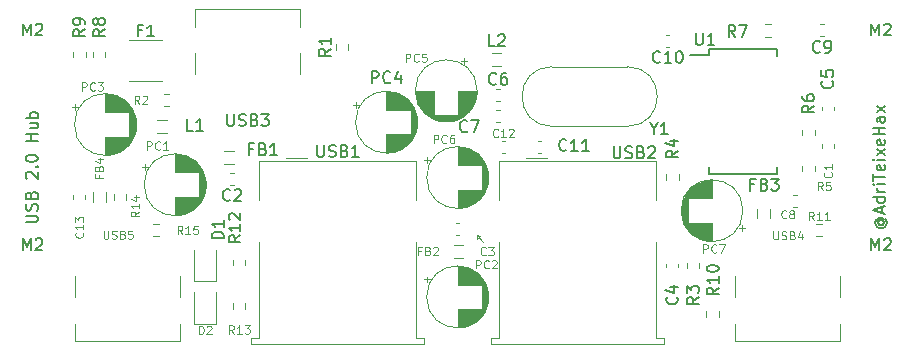
<source format=gbr>
%TF.GenerationSoftware,KiCad,Pcbnew,(5.99.0-10847-g28909c1a72)*%
%TF.CreationDate,2021-07-19T23:24:54+02:00*%
%TF.ProjectId,Project Hub,50726f6a-6563-4742-9048-75622e6b6963,rev?*%
%TF.SameCoordinates,Original*%
%TF.FileFunction,Legend,Top*%
%TF.FilePolarity,Positive*%
%FSLAX46Y46*%
G04 Gerber Fmt 4.6, Leading zero omitted, Abs format (unit mm)*
G04 Created by KiCad (PCBNEW (5.99.0-10847-g28909c1a72)) date 2021-07-19 23:24:54*
%MOMM*%
%LPD*%
G01*
G04 APERTURE LIST*
%ADD10C,0.120000*%
%ADD11C,0.150000*%
%ADD12C,0.100000*%
G04 APERTURE END LIST*
D10*
X75793600Y-101193600D02*
X75285600Y-100634800D01*
X75336400Y-100939600D02*
X75539600Y-100736400D01*
X75539600Y-100736400D02*
X75285600Y-100634800D01*
X75285600Y-100634800D02*
X75336400Y-100939600D01*
D11*
X109366190Y-99396190D02*
X109318571Y-99443809D01*
X109270952Y-99539047D01*
X109270952Y-99634285D01*
X109318571Y-99729523D01*
X109366190Y-99777142D01*
X109461428Y-99824761D01*
X109556666Y-99824761D01*
X109651904Y-99777142D01*
X109699523Y-99729523D01*
X109747142Y-99634285D01*
X109747142Y-99539047D01*
X109699523Y-99443809D01*
X109651904Y-99396190D01*
X109270952Y-99396190D02*
X109651904Y-99396190D01*
X109699523Y-99348571D01*
X109699523Y-99300952D01*
X109651904Y-99205714D01*
X109556666Y-99158095D01*
X109318571Y-99158095D01*
X109175714Y-99253333D01*
X109080476Y-99396190D01*
X109032857Y-99586666D01*
X109080476Y-99777142D01*
X109175714Y-99920000D01*
X109318571Y-100015238D01*
X109509047Y-100062857D01*
X109699523Y-100015238D01*
X109842380Y-99920000D01*
X109937619Y-99777142D01*
X109985238Y-99586666D01*
X109937619Y-99396190D01*
X109842380Y-99253333D01*
X109556666Y-98777142D02*
X109556666Y-98300952D01*
X109842380Y-98872380D02*
X108842380Y-98539047D01*
X109842380Y-98205714D01*
X109842380Y-97443809D02*
X108842380Y-97443809D01*
X109794761Y-97443809D02*
X109842380Y-97539047D01*
X109842380Y-97729523D01*
X109794761Y-97824761D01*
X109747142Y-97872380D01*
X109651904Y-97920000D01*
X109366190Y-97920000D01*
X109270952Y-97872380D01*
X109223333Y-97824761D01*
X109175714Y-97729523D01*
X109175714Y-97539047D01*
X109223333Y-97443809D01*
X109842380Y-96967619D02*
X109175714Y-96967619D01*
X109366190Y-96967619D02*
X109270952Y-96920000D01*
X109223333Y-96872380D01*
X109175714Y-96777142D01*
X109175714Y-96681904D01*
X109842380Y-96348571D02*
X109175714Y-96348571D01*
X108842380Y-96348571D02*
X108890000Y-96396190D01*
X108937619Y-96348571D01*
X108890000Y-96300952D01*
X108842380Y-96348571D01*
X108937619Y-96348571D01*
X108842380Y-96015238D02*
X108842380Y-95443809D01*
X109842380Y-95729523D02*
X108842380Y-95729523D01*
X109794761Y-94729523D02*
X109842380Y-94824761D01*
X109842380Y-95015238D01*
X109794761Y-95110476D01*
X109699523Y-95158095D01*
X109318571Y-95158095D01*
X109223333Y-95110476D01*
X109175714Y-95015238D01*
X109175714Y-94824761D01*
X109223333Y-94729523D01*
X109318571Y-94681904D01*
X109413809Y-94681904D01*
X109509047Y-95158095D01*
X109842380Y-94253333D02*
X109175714Y-94253333D01*
X108842380Y-94253333D02*
X108890000Y-94300952D01*
X108937619Y-94253333D01*
X108890000Y-94205714D01*
X108842380Y-94253333D01*
X108937619Y-94253333D01*
X109842380Y-93872380D02*
X109175714Y-93348571D01*
X109175714Y-93872380D02*
X109842380Y-93348571D01*
X109794761Y-92586666D02*
X109842380Y-92681904D01*
X109842380Y-92872380D01*
X109794761Y-92967619D01*
X109699523Y-93015238D01*
X109318571Y-93015238D01*
X109223333Y-92967619D01*
X109175714Y-92872380D01*
X109175714Y-92681904D01*
X109223333Y-92586666D01*
X109318571Y-92539047D01*
X109413809Y-92539047D01*
X109509047Y-93015238D01*
X109842380Y-92110476D02*
X108842380Y-92110476D01*
X109318571Y-92110476D02*
X109318571Y-91539047D01*
X109842380Y-91539047D02*
X108842380Y-91539047D01*
X109842380Y-90634285D02*
X109318571Y-90634285D01*
X109223333Y-90681904D01*
X109175714Y-90777142D01*
X109175714Y-90967619D01*
X109223333Y-91062857D01*
X109794761Y-90634285D02*
X109842380Y-90729523D01*
X109842380Y-90967619D01*
X109794761Y-91062857D01*
X109699523Y-91110476D01*
X109604285Y-91110476D01*
X109509047Y-91062857D01*
X109461428Y-90967619D01*
X109461428Y-90729523D01*
X109413809Y-90634285D01*
X109842380Y-90253333D02*
X109175714Y-89729523D01*
X109175714Y-90253333D02*
X109842380Y-89729523D01*
X37092380Y-99562857D02*
X37901904Y-99562857D01*
X37997142Y-99515238D01*
X38044761Y-99467619D01*
X38092380Y-99372380D01*
X38092380Y-99181904D01*
X38044761Y-99086666D01*
X37997142Y-99039047D01*
X37901904Y-98991428D01*
X37092380Y-98991428D01*
X38044761Y-98562857D02*
X38092380Y-98420000D01*
X38092380Y-98181904D01*
X38044761Y-98086666D01*
X37997142Y-98039047D01*
X37901904Y-97991428D01*
X37806666Y-97991428D01*
X37711428Y-98039047D01*
X37663809Y-98086666D01*
X37616190Y-98181904D01*
X37568571Y-98372380D01*
X37520952Y-98467619D01*
X37473333Y-98515238D01*
X37378095Y-98562857D01*
X37282857Y-98562857D01*
X37187619Y-98515238D01*
X37140000Y-98467619D01*
X37092380Y-98372380D01*
X37092380Y-98134285D01*
X37140000Y-97991428D01*
X37568571Y-97229523D02*
X37616190Y-97086666D01*
X37663809Y-97039047D01*
X37759047Y-96991428D01*
X37901904Y-96991428D01*
X37997142Y-97039047D01*
X38044761Y-97086666D01*
X38092380Y-97181904D01*
X38092380Y-97562857D01*
X37092380Y-97562857D01*
X37092380Y-97229523D01*
X37140000Y-97134285D01*
X37187619Y-97086666D01*
X37282857Y-97039047D01*
X37378095Y-97039047D01*
X37473333Y-97086666D01*
X37520952Y-97134285D01*
X37568571Y-97229523D01*
X37568571Y-97562857D01*
X37187619Y-95848571D02*
X37140000Y-95800952D01*
X37092380Y-95705714D01*
X37092380Y-95467619D01*
X37140000Y-95372380D01*
X37187619Y-95324761D01*
X37282857Y-95277142D01*
X37378095Y-95277142D01*
X37520952Y-95324761D01*
X38092380Y-95896190D01*
X38092380Y-95277142D01*
X37997142Y-94848571D02*
X38044761Y-94800952D01*
X38092380Y-94848571D01*
X38044761Y-94896190D01*
X37997142Y-94848571D01*
X38092380Y-94848571D01*
X37092380Y-94181904D02*
X37092380Y-94086666D01*
X37140000Y-93991428D01*
X37187619Y-93943809D01*
X37282857Y-93896190D01*
X37473333Y-93848571D01*
X37711428Y-93848571D01*
X37901904Y-93896190D01*
X37997142Y-93943809D01*
X38044761Y-93991428D01*
X38092380Y-94086666D01*
X38092380Y-94181904D01*
X38044761Y-94277142D01*
X37997142Y-94324761D01*
X37901904Y-94372380D01*
X37711428Y-94420000D01*
X37473333Y-94420000D01*
X37282857Y-94372380D01*
X37187619Y-94324761D01*
X37140000Y-94277142D01*
X37092380Y-94181904D01*
X38092380Y-92658095D02*
X37092380Y-92658095D01*
X37568571Y-92658095D02*
X37568571Y-92086666D01*
X38092380Y-92086666D02*
X37092380Y-92086666D01*
X37425714Y-91181904D02*
X38092380Y-91181904D01*
X37425714Y-91610476D02*
X37949523Y-91610476D01*
X38044761Y-91562857D01*
X38092380Y-91467619D01*
X38092380Y-91324761D01*
X38044761Y-91229523D01*
X37997142Y-91181904D01*
X38092380Y-90705714D02*
X37092380Y-90705714D01*
X37473333Y-90705714D02*
X37425714Y-90610476D01*
X37425714Y-90420000D01*
X37473333Y-90324761D01*
X37520952Y-90277142D01*
X37616190Y-90229523D01*
X37901904Y-90229523D01*
X37997142Y-90277142D01*
X38044761Y-90324761D01*
X38092380Y-90420000D01*
X38092380Y-90610476D01*
X38044761Y-90705714D01*
%TO.C,C2*%
X54392533Y-97646742D02*
X54344914Y-97694361D01*
X54202057Y-97741980D01*
X54106819Y-97741980D01*
X53963961Y-97694361D01*
X53868723Y-97599123D01*
X53821104Y-97503885D01*
X53773485Y-97313409D01*
X53773485Y-97170552D01*
X53821104Y-96980076D01*
X53868723Y-96884838D01*
X53963961Y-96789600D01*
X54106819Y-96741980D01*
X54202057Y-96741980D01*
X54344914Y-96789600D01*
X54392533Y-96837219D01*
X54773485Y-96837219D02*
X54821104Y-96789600D01*
X54916342Y-96741980D01*
X55154438Y-96741980D01*
X55249676Y-96789600D01*
X55297295Y-96837219D01*
X55344914Y-96932457D01*
X55344914Y-97027695D01*
X55297295Y-97170552D01*
X54725866Y-97741980D01*
X55344914Y-97741980D01*
D12*
%TO.C,PC6*%
X71625933Y-92847266D02*
X71625933Y-92147266D01*
X71892600Y-92147266D01*
X71959266Y-92180600D01*
X71992600Y-92213933D01*
X72025933Y-92280600D01*
X72025933Y-92380600D01*
X71992600Y-92447266D01*
X71959266Y-92480600D01*
X71892600Y-92513933D01*
X71625933Y-92513933D01*
X72725933Y-92780600D02*
X72692600Y-92813933D01*
X72592600Y-92847266D01*
X72525933Y-92847266D01*
X72425933Y-92813933D01*
X72359266Y-92747266D01*
X72325933Y-92680600D01*
X72292600Y-92547266D01*
X72292600Y-92447266D01*
X72325933Y-92313933D01*
X72359266Y-92247266D01*
X72425933Y-92180600D01*
X72525933Y-92147266D01*
X72592600Y-92147266D01*
X72692600Y-92180600D01*
X72725933Y-92213933D01*
X73325933Y-92147266D02*
X73192600Y-92147266D01*
X73125933Y-92180600D01*
X73092600Y-92213933D01*
X73025933Y-92313933D01*
X72992600Y-92447266D01*
X72992600Y-92713933D01*
X73025933Y-92780600D01*
X73059266Y-92813933D01*
X73125933Y-92847266D01*
X73259266Y-92847266D01*
X73325933Y-92813933D01*
X73359266Y-92780600D01*
X73392600Y-92713933D01*
X73392600Y-92547266D01*
X73359266Y-92480600D01*
X73325933Y-92447266D01*
X73259266Y-92413933D01*
X73125933Y-92413933D01*
X73059266Y-92447266D01*
X73025933Y-92480600D01*
X72992600Y-92547266D01*
%TO.C,R13*%
X54718800Y-108977866D02*
X54485466Y-108644533D01*
X54318800Y-108977866D02*
X54318800Y-108277866D01*
X54585466Y-108277866D01*
X54652133Y-108311200D01*
X54685466Y-108344533D01*
X54718800Y-108411200D01*
X54718800Y-108511200D01*
X54685466Y-108577866D01*
X54652133Y-108611200D01*
X54585466Y-108644533D01*
X54318800Y-108644533D01*
X55385466Y-108977866D02*
X54985466Y-108977866D01*
X55185466Y-108977866D02*
X55185466Y-108277866D01*
X55118800Y-108377866D01*
X55052133Y-108444533D01*
X54985466Y-108477866D01*
X55618800Y-108277866D02*
X56052133Y-108277866D01*
X55818800Y-108544533D01*
X55918800Y-108544533D01*
X55985466Y-108577866D01*
X56018800Y-108611200D01*
X56052133Y-108677866D01*
X56052133Y-108844533D01*
X56018800Y-108911200D01*
X55985466Y-108944533D01*
X55918800Y-108977866D01*
X55718800Y-108977866D01*
X55652133Y-108944533D01*
X55618800Y-108911200D01*
D11*
%TO.C,USB3*%
X54141904Y-90392380D02*
X54141904Y-91201904D01*
X54189523Y-91297142D01*
X54237142Y-91344761D01*
X54332380Y-91392380D01*
X54522857Y-91392380D01*
X54618095Y-91344761D01*
X54665714Y-91297142D01*
X54713333Y-91201904D01*
X54713333Y-90392380D01*
X55141904Y-91344761D02*
X55284761Y-91392380D01*
X55522857Y-91392380D01*
X55618095Y-91344761D01*
X55665714Y-91297142D01*
X55713333Y-91201904D01*
X55713333Y-91106666D01*
X55665714Y-91011428D01*
X55618095Y-90963809D01*
X55522857Y-90916190D01*
X55332380Y-90868571D01*
X55237142Y-90820952D01*
X55189523Y-90773333D01*
X55141904Y-90678095D01*
X55141904Y-90582857D01*
X55189523Y-90487619D01*
X55237142Y-90440000D01*
X55332380Y-90392380D01*
X55570476Y-90392380D01*
X55713333Y-90440000D01*
X56475238Y-90868571D02*
X56618095Y-90916190D01*
X56665714Y-90963809D01*
X56713333Y-91059047D01*
X56713333Y-91201904D01*
X56665714Y-91297142D01*
X56618095Y-91344761D01*
X56522857Y-91392380D01*
X56141904Y-91392380D01*
X56141904Y-90392380D01*
X56475238Y-90392380D01*
X56570476Y-90440000D01*
X56618095Y-90487619D01*
X56665714Y-90582857D01*
X56665714Y-90678095D01*
X56618095Y-90773333D01*
X56570476Y-90820952D01*
X56475238Y-90868571D01*
X56141904Y-90868571D01*
X57046666Y-90392380D02*
X57665714Y-90392380D01*
X57332380Y-90773333D01*
X57475238Y-90773333D01*
X57570476Y-90820952D01*
X57618095Y-90868571D01*
X57665714Y-90963809D01*
X57665714Y-91201904D01*
X57618095Y-91297142D01*
X57570476Y-91344761D01*
X57475238Y-91392380D01*
X57189523Y-91392380D01*
X57094285Y-91344761D01*
X57046666Y-91297142D01*
D12*
%TO.C,R5*%
X104582133Y-96836666D02*
X104348800Y-96503333D01*
X104182133Y-96836666D02*
X104182133Y-96136666D01*
X104448800Y-96136666D01*
X104515466Y-96170000D01*
X104548800Y-96203333D01*
X104582133Y-96270000D01*
X104582133Y-96370000D01*
X104548800Y-96436666D01*
X104515466Y-96470000D01*
X104448800Y-96503333D01*
X104182133Y-96503333D01*
X105215466Y-96136666D02*
X104882133Y-96136666D01*
X104848800Y-96470000D01*
X104882133Y-96436666D01*
X104948800Y-96403333D01*
X105115466Y-96403333D01*
X105182133Y-96436666D01*
X105215466Y-96470000D01*
X105248800Y-96536666D01*
X105248800Y-96703333D01*
X105215466Y-96770000D01*
X105182133Y-96803333D01*
X105115466Y-96836666D01*
X104948800Y-96836666D01*
X104882133Y-96803333D01*
X104848800Y-96770000D01*
%TO.C,PC2*%
X75207333Y-103464466D02*
X75207333Y-102764466D01*
X75474000Y-102764466D01*
X75540666Y-102797800D01*
X75574000Y-102831133D01*
X75607333Y-102897800D01*
X75607333Y-102997800D01*
X75574000Y-103064466D01*
X75540666Y-103097800D01*
X75474000Y-103131133D01*
X75207333Y-103131133D01*
X76307333Y-103397800D02*
X76274000Y-103431133D01*
X76174000Y-103464466D01*
X76107333Y-103464466D01*
X76007333Y-103431133D01*
X75940666Y-103364466D01*
X75907333Y-103297800D01*
X75874000Y-103164466D01*
X75874000Y-103064466D01*
X75907333Y-102931133D01*
X75940666Y-102864466D01*
X76007333Y-102797800D01*
X76107333Y-102764466D01*
X76174000Y-102764466D01*
X76274000Y-102797800D01*
X76307333Y-102831133D01*
X76574000Y-102831133D02*
X76607333Y-102797800D01*
X76674000Y-102764466D01*
X76840666Y-102764466D01*
X76907333Y-102797800D01*
X76940666Y-102831133D01*
X76974000Y-102897800D01*
X76974000Y-102964466D01*
X76940666Y-103064466D01*
X76540666Y-103464466D01*
X76974000Y-103464466D01*
D11*
%TO.C,R8*%
X43784780Y-83224666D02*
X43308590Y-83558000D01*
X43784780Y-83796095D02*
X42784780Y-83796095D01*
X42784780Y-83415142D01*
X42832400Y-83319904D01*
X42880019Y-83272285D01*
X42975257Y-83224666D01*
X43118114Y-83224666D01*
X43213352Y-83272285D01*
X43260971Y-83319904D01*
X43308590Y-83415142D01*
X43308590Y-83796095D01*
X43213352Y-82653238D02*
X43165733Y-82748476D01*
X43118114Y-82796095D01*
X43022876Y-82843714D01*
X42975257Y-82843714D01*
X42880019Y-82796095D01*
X42832400Y-82748476D01*
X42784780Y-82653238D01*
X42784780Y-82462761D01*
X42832400Y-82367523D01*
X42880019Y-82319904D01*
X42975257Y-82272285D01*
X43022876Y-82272285D01*
X43118114Y-82319904D01*
X43165733Y-82367523D01*
X43213352Y-82462761D01*
X43213352Y-82653238D01*
X43260971Y-82748476D01*
X43308590Y-82796095D01*
X43403828Y-82843714D01*
X43594304Y-82843714D01*
X43689542Y-82796095D01*
X43737161Y-82748476D01*
X43784780Y-82653238D01*
X43784780Y-82462761D01*
X43737161Y-82367523D01*
X43689542Y-82319904D01*
X43594304Y-82272285D01*
X43403828Y-82272285D01*
X43308590Y-82319904D01*
X43260971Y-82367523D01*
X43213352Y-82462761D01*
%TO.C,R1*%
X62903380Y-84875666D02*
X62427190Y-85209000D01*
X62903380Y-85447095D02*
X61903380Y-85447095D01*
X61903380Y-85066142D01*
X61951000Y-84970904D01*
X61998619Y-84923285D01*
X62093857Y-84875666D01*
X62236714Y-84875666D01*
X62331952Y-84923285D01*
X62379571Y-84970904D01*
X62427190Y-85066142D01*
X62427190Y-85447095D01*
X62903380Y-83923285D02*
X62903380Y-84494714D01*
X62903380Y-84209000D02*
X61903380Y-84209000D01*
X62046238Y-84304238D01*
X62141476Y-84399476D01*
X62189095Y-84494714D01*
%TO.C,M2*%
X36830476Y-83722380D02*
X36830476Y-82722380D01*
X37163809Y-83436666D01*
X37497142Y-82722380D01*
X37497142Y-83722380D01*
X37925714Y-82817619D02*
X37973333Y-82770000D01*
X38068571Y-82722380D01*
X38306666Y-82722380D01*
X38401904Y-82770000D01*
X38449523Y-82817619D01*
X38497142Y-82912857D01*
X38497142Y-83008095D01*
X38449523Y-83150952D01*
X37878095Y-83722380D01*
X38497142Y-83722380D01*
D12*
%TO.C,C8*%
X101483333Y-99157600D02*
X101450000Y-99190933D01*
X101350000Y-99224266D01*
X101283333Y-99224266D01*
X101183333Y-99190933D01*
X101116666Y-99124266D01*
X101083333Y-99057600D01*
X101050000Y-98924266D01*
X101050000Y-98824266D01*
X101083333Y-98690933D01*
X101116666Y-98624266D01*
X101183333Y-98557600D01*
X101283333Y-98524266D01*
X101350000Y-98524266D01*
X101450000Y-98557600D01*
X101483333Y-98590933D01*
X101883333Y-98824266D02*
X101816666Y-98790933D01*
X101783333Y-98757600D01*
X101750000Y-98690933D01*
X101750000Y-98657600D01*
X101783333Y-98590933D01*
X101816666Y-98557600D01*
X101883333Y-98524266D01*
X102016666Y-98524266D01*
X102083333Y-98557600D01*
X102116666Y-98590933D01*
X102150000Y-98657600D01*
X102150000Y-98690933D01*
X102116666Y-98757600D01*
X102083333Y-98790933D01*
X102016666Y-98824266D01*
X101883333Y-98824266D01*
X101816666Y-98857600D01*
X101783333Y-98890933D01*
X101750000Y-98957600D01*
X101750000Y-99090933D01*
X101783333Y-99157600D01*
X101816666Y-99190933D01*
X101883333Y-99224266D01*
X102016666Y-99224266D01*
X102083333Y-99190933D01*
X102116666Y-99157600D01*
X102150000Y-99090933D01*
X102150000Y-98957600D01*
X102116666Y-98890933D01*
X102083333Y-98857600D01*
X102016666Y-98824266D01*
D11*
%TO.C,R9*%
X42108380Y-83224666D02*
X41632190Y-83558000D01*
X42108380Y-83796095D02*
X41108380Y-83796095D01*
X41108380Y-83415142D01*
X41156000Y-83319904D01*
X41203619Y-83272285D01*
X41298857Y-83224666D01*
X41441714Y-83224666D01*
X41536952Y-83272285D01*
X41584571Y-83319904D01*
X41632190Y-83415142D01*
X41632190Y-83796095D01*
X42108380Y-82748476D02*
X42108380Y-82558000D01*
X42060761Y-82462761D01*
X42013142Y-82415142D01*
X41870285Y-82319904D01*
X41679809Y-82272285D01*
X41298857Y-82272285D01*
X41203619Y-82319904D01*
X41156000Y-82367523D01*
X41108380Y-82462761D01*
X41108380Y-82653238D01*
X41156000Y-82748476D01*
X41203619Y-82796095D01*
X41298857Y-82843714D01*
X41536952Y-82843714D01*
X41632190Y-82796095D01*
X41679809Y-82748476D01*
X41727428Y-82653238D01*
X41727428Y-82462761D01*
X41679809Y-82367523D01*
X41632190Y-82319904D01*
X41536952Y-82272285D01*
%TO.C,M2*%
X36830476Y-101922380D02*
X36830476Y-100922380D01*
X37163809Y-101636666D01*
X37497142Y-100922380D01*
X37497142Y-101922380D01*
X37925714Y-101017619D02*
X37973333Y-100970000D01*
X38068571Y-100922380D01*
X38306666Y-100922380D01*
X38401904Y-100970000D01*
X38449523Y-101017619D01*
X38497142Y-101112857D01*
X38497142Y-101208095D01*
X38449523Y-101350952D01*
X37878095Y-101922380D01*
X38497142Y-101922380D01*
%TO.C,C6*%
X76923333Y-87807742D02*
X76875714Y-87855361D01*
X76732857Y-87902980D01*
X76637619Y-87902980D01*
X76494761Y-87855361D01*
X76399523Y-87760123D01*
X76351904Y-87664885D01*
X76304285Y-87474409D01*
X76304285Y-87331552D01*
X76351904Y-87141076D01*
X76399523Y-87045838D01*
X76494761Y-86950600D01*
X76637619Y-86902980D01*
X76732857Y-86902980D01*
X76875714Y-86950600D01*
X76923333Y-86998219D01*
X77780476Y-86902980D02*
X77590000Y-86902980D01*
X77494761Y-86950600D01*
X77447142Y-86998219D01*
X77351904Y-87141076D01*
X77304285Y-87331552D01*
X77304285Y-87712504D01*
X77351904Y-87807742D01*
X77399523Y-87855361D01*
X77494761Y-87902980D01*
X77685238Y-87902980D01*
X77780476Y-87855361D01*
X77828095Y-87807742D01*
X77875714Y-87712504D01*
X77875714Y-87474409D01*
X77828095Y-87379171D01*
X77780476Y-87331552D01*
X77685238Y-87283933D01*
X77494761Y-87283933D01*
X77399523Y-87331552D01*
X77351904Y-87379171D01*
X77304285Y-87474409D01*
%TO.C,USB2*%
X86857104Y-93127580D02*
X86857104Y-93937104D01*
X86904723Y-94032342D01*
X86952342Y-94079961D01*
X87047580Y-94127580D01*
X87238057Y-94127580D01*
X87333295Y-94079961D01*
X87380914Y-94032342D01*
X87428533Y-93937104D01*
X87428533Y-93127580D01*
X87857104Y-94079961D02*
X87999961Y-94127580D01*
X88238057Y-94127580D01*
X88333295Y-94079961D01*
X88380914Y-94032342D01*
X88428533Y-93937104D01*
X88428533Y-93841866D01*
X88380914Y-93746628D01*
X88333295Y-93699009D01*
X88238057Y-93651390D01*
X88047580Y-93603771D01*
X87952342Y-93556152D01*
X87904723Y-93508533D01*
X87857104Y-93413295D01*
X87857104Y-93318057D01*
X87904723Y-93222819D01*
X87952342Y-93175200D01*
X88047580Y-93127580D01*
X88285676Y-93127580D01*
X88428533Y-93175200D01*
X89190438Y-93603771D02*
X89333295Y-93651390D01*
X89380914Y-93699009D01*
X89428533Y-93794247D01*
X89428533Y-93937104D01*
X89380914Y-94032342D01*
X89333295Y-94079961D01*
X89238057Y-94127580D01*
X88857104Y-94127580D01*
X88857104Y-93127580D01*
X89190438Y-93127580D01*
X89285676Y-93175200D01*
X89333295Y-93222819D01*
X89380914Y-93318057D01*
X89380914Y-93413295D01*
X89333295Y-93508533D01*
X89285676Y-93556152D01*
X89190438Y-93603771D01*
X88857104Y-93603771D01*
X89809485Y-93222819D02*
X89857104Y-93175200D01*
X89952342Y-93127580D01*
X90190438Y-93127580D01*
X90285676Y-93175200D01*
X90333295Y-93222819D01*
X90380914Y-93318057D01*
X90380914Y-93413295D01*
X90333295Y-93556152D01*
X89761866Y-94127580D01*
X90380914Y-94127580D01*
%TO.C,R10*%
X95753180Y-105087657D02*
X95276990Y-105420990D01*
X95753180Y-105659085D02*
X94753180Y-105659085D01*
X94753180Y-105278133D01*
X94800800Y-105182895D01*
X94848419Y-105135276D01*
X94943657Y-105087657D01*
X95086514Y-105087657D01*
X95181752Y-105135276D01*
X95229371Y-105182895D01*
X95276990Y-105278133D01*
X95276990Y-105659085D01*
X95753180Y-104135276D02*
X95753180Y-104706704D01*
X95753180Y-104420990D02*
X94753180Y-104420990D01*
X94896038Y-104516228D01*
X94991276Y-104611466D01*
X95038895Y-104706704D01*
X94753180Y-103516228D02*
X94753180Y-103420990D01*
X94800800Y-103325752D01*
X94848419Y-103278133D01*
X94943657Y-103230514D01*
X95134133Y-103182895D01*
X95372228Y-103182895D01*
X95562704Y-103230514D01*
X95657942Y-103278133D01*
X95705561Y-103325752D01*
X95753180Y-103420990D01*
X95753180Y-103516228D01*
X95705561Y-103611466D01*
X95657942Y-103659085D01*
X95562704Y-103706704D01*
X95372228Y-103754323D01*
X95134133Y-103754323D01*
X94943657Y-103706704D01*
X94848419Y-103659085D01*
X94800800Y-103611466D01*
X94753180Y-103516228D01*
D12*
%TO.C,PC7*%
X94460533Y-102118266D02*
X94460533Y-101418266D01*
X94727200Y-101418266D01*
X94793866Y-101451600D01*
X94827200Y-101484933D01*
X94860533Y-101551600D01*
X94860533Y-101651600D01*
X94827200Y-101718266D01*
X94793866Y-101751600D01*
X94727200Y-101784933D01*
X94460533Y-101784933D01*
X95560533Y-102051600D02*
X95527200Y-102084933D01*
X95427200Y-102118266D01*
X95360533Y-102118266D01*
X95260533Y-102084933D01*
X95193866Y-102018266D01*
X95160533Y-101951600D01*
X95127200Y-101818266D01*
X95127200Y-101718266D01*
X95160533Y-101584933D01*
X95193866Y-101518266D01*
X95260533Y-101451600D01*
X95360533Y-101418266D01*
X95427200Y-101418266D01*
X95527200Y-101451600D01*
X95560533Y-101484933D01*
X95793866Y-101418266D02*
X96260533Y-101418266D01*
X95960533Y-102118266D01*
D11*
%TO.C,R3*%
X94076780Y-105881466D02*
X93600590Y-106214800D01*
X94076780Y-106452895D02*
X93076780Y-106452895D01*
X93076780Y-106071942D01*
X93124400Y-105976704D01*
X93172019Y-105929085D01*
X93267257Y-105881466D01*
X93410114Y-105881466D01*
X93505352Y-105929085D01*
X93552971Y-105976704D01*
X93600590Y-106071942D01*
X93600590Y-106452895D01*
X93076780Y-105548133D02*
X93076780Y-104929085D01*
X93457733Y-105262419D01*
X93457733Y-105119561D01*
X93505352Y-105024323D01*
X93552971Y-104976704D01*
X93648209Y-104929085D01*
X93886304Y-104929085D01*
X93981542Y-104976704D01*
X94029161Y-105024323D01*
X94076780Y-105119561D01*
X94076780Y-105405276D01*
X94029161Y-105500514D01*
X93981542Y-105548133D01*
%TO.C,U1*%
X93827695Y-83526380D02*
X93827695Y-84335904D01*
X93875314Y-84431142D01*
X93922933Y-84478761D01*
X94018171Y-84526380D01*
X94208647Y-84526380D01*
X94303885Y-84478761D01*
X94351504Y-84431142D01*
X94399123Y-84335904D01*
X94399123Y-83526380D01*
X95399123Y-84526380D02*
X94827695Y-84526380D01*
X95113409Y-84526380D02*
X95113409Y-83526380D01*
X95018171Y-83669238D01*
X94922933Y-83764476D01*
X94827695Y-83812095D01*
D12*
%TO.C,R11*%
X103817000Y-99376666D02*
X103583666Y-99043333D01*
X103417000Y-99376666D02*
X103417000Y-98676666D01*
X103683666Y-98676666D01*
X103750333Y-98710000D01*
X103783666Y-98743333D01*
X103817000Y-98810000D01*
X103817000Y-98910000D01*
X103783666Y-98976666D01*
X103750333Y-99010000D01*
X103683666Y-99043333D01*
X103417000Y-99043333D01*
X104483666Y-99376666D02*
X104083666Y-99376666D01*
X104283666Y-99376666D02*
X104283666Y-98676666D01*
X104217000Y-98776666D01*
X104150333Y-98843333D01*
X104083666Y-98876666D01*
X105150333Y-99376666D02*
X104750333Y-99376666D01*
X104950333Y-99376666D02*
X104950333Y-98676666D01*
X104883666Y-98776666D01*
X104817000Y-98843333D01*
X104750333Y-98876666D01*
%TO.C,PC1*%
X47368933Y-93406066D02*
X47368933Y-92706066D01*
X47635600Y-92706066D01*
X47702266Y-92739400D01*
X47735600Y-92772733D01*
X47768933Y-92839400D01*
X47768933Y-92939400D01*
X47735600Y-93006066D01*
X47702266Y-93039400D01*
X47635600Y-93072733D01*
X47368933Y-93072733D01*
X48468933Y-93339400D02*
X48435600Y-93372733D01*
X48335600Y-93406066D01*
X48268933Y-93406066D01*
X48168933Y-93372733D01*
X48102266Y-93306066D01*
X48068933Y-93239400D01*
X48035600Y-93106066D01*
X48035600Y-93006066D01*
X48068933Y-92872733D01*
X48102266Y-92806066D01*
X48168933Y-92739400D01*
X48268933Y-92706066D01*
X48335600Y-92706066D01*
X48435600Y-92739400D01*
X48468933Y-92772733D01*
X49135600Y-93406066D02*
X48735600Y-93406066D01*
X48935600Y-93406066D02*
X48935600Y-92706066D01*
X48868933Y-92806066D01*
X48802266Y-92872733D01*
X48735600Y-92906066D01*
D11*
%TO.C,C7*%
X74459533Y-91820942D02*
X74411914Y-91868561D01*
X74269057Y-91916180D01*
X74173819Y-91916180D01*
X74030961Y-91868561D01*
X73935723Y-91773323D01*
X73888104Y-91678085D01*
X73840485Y-91487609D01*
X73840485Y-91344752D01*
X73888104Y-91154276D01*
X73935723Y-91059038D01*
X74030961Y-90963800D01*
X74173819Y-90916180D01*
X74269057Y-90916180D01*
X74411914Y-90963800D01*
X74459533Y-91011419D01*
X74792866Y-90916180D02*
X75459533Y-90916180D01*
X75030961Y-91916180D01*
%TO.C,USB1*%
X61761904Y-93010380D02*
X61761904Y-93819904D01*
X61809523Y-93915142D01*
X61857142Y-93962761D01*
X61952380Y-94010380D01*
X62142857Y-94010380D01*
X62238095Y-93962761D01*
X62285714Y-93915142D01*
X62333333Y-93819904D01*
X62333333Y-93010380D01*
X62761904Y-93962761D02*
X62904761Y-94010380D01*
X63142857Y-94010380D01*
X63238095Y-93962761D01*
X63285714Y-93915142D01*
X63333333Y-93819904D01*
X63333333Y-93724666D01*
X63285714Y-93629428D01*
X63238095Y-93581809D01*
X63142857Y-93534190D01*
X62952380Y-93486571D01*
X62857142Y-93438952D01*
X62809523Y-93391333D01*
X62761904Y-93296095D01*
X62761904Y-93200857D01*
X62809523Y-93105619D01*
X62857142Y-93058000D01*
X62952380Y-93010380D01*
X63190476Y-93010380D01*
X63333333Y-93058000D01*
X64095238Y-93486571D02*
X64238095Y-93534190D01*
X64285714Y-93581809D01*
X64333333Y-93677047D01*
X64333333Y-93819904D01*
X64285714Y-93915142D01*
X64238095Y-93962761D01*
X64142857Y-94010380D01*
X63761904Y-94010380D01*
X63761904Y-93010380D01*
X64095238Y-93010380D01*
X64190476Y-93058000D01*
X64238095Y-93105619D01*
X64285714Y-93200857D01*
X64285714Y-93296095D01*
X64238095Y-93391333D01*
X64190476Y-93438952D01*
X64095238Y-93486571D01*
X63761904Y-93486571D01*
X65285714Y-94010380D02*
X64714285Y-94010380D01*
X65000000Y-94010380D02*
X65000000Y-93010380D01*
X64904761Y-93153238D01*
X64809523Y-93248476D01*
X64714285Y-93296095D01*
D12*
%TO.C,FB4*%
X43282400Y-95579333D02*
X43282400Y-95812666D01*
X43649066Y-95812666D02*
X42949066Y-95812666D01*
X42949066Y-95479333D01*
X43282400Y-94979333D02*
X43315733Y-94879333D01*
X43349066Y-94846000D01*
X43415733Y-94812666D01*
X43515733Y-94812666D01*
X43582400Y-94846000D01*
X43615733Y-94879333D01*
X43649066Y-94946000D01*
X43649066Y-95212666D01*
X42949066Y-95212666D01*
X42949066Y-94979333D01*
X42982400Y-94912666D01*
X43015733Y-94879333D01*
X43082400Y-94846000D01*
X43149066Y-94846000D01*
X43215733Y-94879333D01*
X43249066Y-94912666D01*
X43282400Y-94979333D01*
X43282400Y-95212666D01*
X43182400Y-94212666D02*
X43649066Y-94212666D01*
X42915733Y-94379333D02*
X43415733Y-94546000D01*
X43415733Y-94112666D01*
D11*
%TO.C,M2*%
X108680476Y-101922380D02*
X108680476Y-100922380D01*
X109013809Y-101636666D01*
X109347142Y-100922380D01*
X109347142Y-101922380D01*
X109775714Y-101017619D02*
X109823333Y-100970000D01*
X109918571Y-100922380D01*
X110156666Y-100922380D01*
X110251904Y-100970000D01*
X110299523Y-101017619D01*
X110347142Y-101112857D01*
X110347142Y-101208095D01*
X110299523Y-101350952D01*
X109728095Y-101922380D01*
X110347142Y-101922380D01*
D12*
%TO.C,R2*%
X46720933Y-89521466D02*
X46487600Y-89188133D01*
X46320933Y-89521466D02*
X46320933Y-88821466D01*
X46587600Y-88821466D01*
X46654266Y-88854800D01*
X46687600Y-88888133D01*
X46720933Y-88954800D01*
X46720933Y-89054800D01*
X46687600Y-89121466D01*
X46654266Y-89154800D01*
X46587600Y-89188133D01*
X46320933Y-89188133D01*
X46987600Y-88888133D02*
X47020933Y-88854800D01*
X47087600Y-88821466D01*
X47254266Y-88821466D01*
X47320933Y-88854800D01*
X47354266Y-88888133D01*
X47387600Y-88954800D01*
X47387600Y-89021466D01*
X47354266Y-89121466D01*
X46954266Y-89521466D01*
X47387600Y-89521466D01*
%TO.C,PC3*%
X41857133Y-88402266D02*
X41857133Y-87702266D01*
X42123800Y-87702266D01*
X42190466Y-87735600D01*
X42223800Y-87768933D01*
X42257133Y-87835600D01*
X42257133Y-87935600D01*
X42223800Y-88002266D01*
X42190466Y-88035600D01*
X42123800Y-88068933D01*
X41857133Y-88068933D01*
X42957133Y-88335600D02*
X42923800Y-88368933D01*
X42823800Y-88402266D01*
X42757133Y-88402266D01*
X42657133Y-88368933D01*
X42590466Y-88302266D01*
X42557133Y-88235600D01*
X42523800Y-88102266D01*
X42523800Y-88002266D01*
X42557133Y-87868933D01*
X42590466Y-87802266D01*
X42657133Y-87735600D01*
X42757133Y-87702266D01*
X42823800Y-87702266D01*
X42923800Y-87735600D01*
X42957133Y-87768933D01*
X43190466Y-87702266D02*
X43623800Y-87702266D01*
X43390466Y-87968933D01*
X43490466Y-87968933D01*
X43557133Y-88002266D01*
X43590466Y-88035600D01*
X43623800Y-88102266D01*
X43623800Y-88268933D01*
X43590466Y-88335600D01*
X43557133Y-88368933D01*
X43490466Y-88402266D01*
X43290466Y-88402266D01*
X43223800Y-88368933D01*
X43190466Y-88335600D01*
D11*
%TO.C,R7*%
X97166133Y-83865980D02*
X96832800Y-83389790D01*
X96594704Y-83865980D02*
X96594704Y-82865980D01*
X96975657Y-82865980D01*
X97070895Y-82913600D01*
X97118514Y-82961219D01*
X97166133Y-83056457D01*
X97166133Y-83199314D01*
X97118514Y-83294552D01*
X97070895Y-83342171D01*
X96975657Y-83389790D01*
X96594704Y-83389790D01*
X97499466Y-82865980D02*
X98166133Y-82865980D01*
X97737561Y-83865980D01*
D12*
%TO.C,FB2*%
X70556666Y-101956400D02*
X70323333Y-101956400D01*
X70323333Y-102323066D02*
X70323333Y-101623066D01*
X70656666Y-101623066D01*
X71156666Y-101956400D02*
X71256666Y-101989733D01*
X71290000Y-102023066D01*
X71323333Y-102089733D01*
X71323333Y-102189733D01*
X71290000Y-102256400D01*
X71256666Y-102289733D01*
X71190000Y-102323066D01*
X70923333Y-102323066D01*
X70923333Y-101623066D01*
X71156666Y-101623066D01*
X71223333Y-101656400D01*
X71256666Y-101689733D01*
X71290000Y-101756400D01*
X71290000Y-101823066D01*
X71256666Y-101889733D01*
X71223333Y-101923066D01*
X71156666Y-101956400D01*
X70923333Y-101956400D01*
X71590000Y-101689733D02*
X71623333Y-101656400D01*
X71690000Y-101623066D01*
X71856666Y-101623066D01*
X71923333Y-101656400D01*
X71956666Y-101689733D01*
X71990000Y-101756400D01*
X71990000Y-101823066D01*
X71956666Y-101923066D01*
X71556666Y-102323066D01*
X71990000Y-102323066D01*
D11*
%TO.C,L1*%
X51242933Y-91790780D02*
X50766742Y-91790780D01*
X50766742Y-90790780D01*
X52100076Y-91790780D02*
X51528647Y-91790780D01*
X51814361Y-91790780D02*
X51814361Y-90790780D01*
X51719123Y-90933638D01*
X51623885Y-91028876D01*
X51528647Y-91076495D01*
D12*
%TO.C,PC5*%
X69263733Y-85963866D02*
X69263733Y-85263866D01*
X69530400Y-85263866D01*
X69597066Y-85297200D01*
X69630400Y-85330533D01*
X69663733Y-85397200D01*
X69663733Y-85497200D01*
X69630400Y-85563866D01*
X69597066Y-85597200D01*
X69530400Y-85630533D01*
X69263733Y-85630533D01*
X70363733Y-85897200D02*
X70330400Y-85930533D01*
X70230400Y-85963866D01*
X70163733Y-85963866D01*
X70063733Y-85930533D01*
X69997066Y-85863866D01*
X69963733Y-85797200D01*
X69930400Y-85663866D01*
X69930400Y-85563866D01*
X69963733Y-85430533D01*
X69997066Y-85363866D01*
X70063733Y-85297200D01*
X70163733Y-85263866D01*
X70230400Y-85263866D01*
X70330400Y-85297200D01*
X70363733Y-85330533D01*
X70997066Y-85263866D02*
X70663733Y-85263866D01*
X70630400Y-85597200D01*
X70663733Y-85563866D01*
X70730400Y-85530533D01*
X70897066Y-85530533D01*
X70963733Y-85563866D01*
X70997066Y-85597200D01*
X71030400Y-85663866D01*
X71030400Y-85830533D01*
X70997066Y-85897200D01*
X70963733Y-85930533D01*
X70897066Y-85963866D01*
X70730400Y-85963866D01*
X70663733Y-85930533D01*
X70630400Y-85897200D01*
D11*
%TO.C,C9*%
X104328933Y-85099142D02*
X104281314Y-85146761D01*
X104138457Y-85194380D01*
X104043219Y-85194380D01*
X103900361Y-85146761D01*
X103805123Y-85051523D01*
X103757504Y-84956285D01*
X103709885Y-84765809D01*
X103709885Y-84622952D01*
X103757504Y-84432476D01*
X103805123Y-84337238D01*
X103900361Y-84242000D01*
X104043219Y-84194380D01*
X104138457Y-84194380D01*
X104281314Y-84242000D01*
X104328933Y-84289619D01*
X104805123Y-85194380D02*
X104995600Y-85194380D01*
X105090838Y-85146761D01*
X105138457Y-85099142D01*
X105233695Y-84956285D01*
X105281314Y-84765809D01*
X105281314Y-84384857D01*
X105233695Y-84289619D01*
X105186076Y-84242000D01*
X105090838Y-84194380D01*
X104900361Y-84194380D01*
X104805123Y-84242000D01*
X104757504Y-84289619D01*
X104709885Y-84384857D01*
X104709885Y-84622952D01*
X104757504Y-84718190D01*
X104805123Y-84765809D01*
X104900361Y-84813428D01*
X105090838Y-84813428D01*
X105186076Y-84765809D01*
X105233695Y-84718190D01*
X105281314Y-84622952D01*
%TO.C,D1*%
X53843180Y-100915695D02*
X52843180Y-100915695D01*
X52843180Y-100677600D01*
X52890800Y-100534742D01*
X52986038Y-100439504D01*
X53081276Y-100391885D01*
X53271752Y-100344266D01*
X53414609Y-100344266D01*
X53605085Y-100391885D01*
X53700323Y-100439504D01*
X53795561Y-100534742D01*
X53843180Y-100677600D01*
X53843180Y-100915695D01*
X53843180Y-99391885D02*
X53843180Y-99963314D01*
X53843180Y-99677600D02*
X52843180Y-99677600D01*
X52986038Y-99772838D01*
X53081276Y-99868076D01*
X53128895Y-99963314D01*
D12*
%TO.C,C1*%
X105304400Y-95315866D02*
X105337733Y-95349200D01*
X105371066Y-95449200D01*
X105371066Y-95515866D01*
X105337733Y-95615866D01*
X105271066Y-95682533D01*
X105204400Y-95715866D01*
X105071066Y-95749200D01*
X104971066Y-95749200D01*
X104837733Y-95715866D01*
X104771066Y-95682533D01*
X104704400Y-95615866D01*
X104671066Y-95515866D01*
X104671066Y-95449200D01*
X104704400Y-95349200D01*
X104737733Y-95315866D01*
X105371066Y-94649200D02*
X105371066Y-95049200D01*
X105371066Y-94849200D02*
X104671066Y-94849200D01*
X104771066Y-94915866D01*
X104837733Y-94982533D01*
X104871066Y-95049200D01*
D11*
%TO.C,PC4*%
X66396792Y-87772380D02*
X66396792Y-86772380D01*
X66777745Y-86772380D01*
X66872983Y-86820000D01*
X66920602Y-86867619D01*
X66968221Y-86962857D01*
X66968221Y-87105714D01*
X66920602Y-87200952D01*
X66872983Y-87248571D01*
X66777745Y-87296190D01*
X66396792Y-87296190D01*
X67968221Y-87677142D02*
X67920602Y-87724761D01*
X67777745Y-87772380D01*
X67682507Y-87772380D01*
X67539649Y-87724761D01*
X67444411Y-87629523D01*
X67396792Y-87534285D01*
X67349173Y-87343809D01*
X67349173Y-87200952D01*
X67396792Y-87010476D01*
X67444411Y-86915238D01*
X67539649Y-86820000D01*
X67682507Y-86772380D01*
X67777745Y-86772380D01*
X67920602Y-86820000D01*
X67968221Y-86867619D01*
X68825364Y-87105714D02*
X68825364Y-87772380D01*
X68587268Y-86724761D02*
X68349173Y-87439047D01*
X68968221Y-87439047D01*
%TO.C,C11*%
X82872342Y-93422742D02*
X82824723Y-93470361D01*
X82681866Y-93517980D01*
X82586628Y-93517980D01*
X82443771Y-93470361D01*
X82348533Y-93375123D01*
X82300914Y-93279885D01*
X82253295Y-93089409D01*
X82253295Y-92946552D01*
X82300914Y-92756076D01*
X82348533Y-92660838D01*
X82443771Y-92565600D01*
X82586628Y-92517980D01*
X82681866Y-92517980D01*
X82824723Y-92565600D01*
X82872342Y-92613219D01*
X83824723Y-93517980D02*
X83253295Y-93517980D01*
X83539009Y-93517980D02*
X83539009Y-92517980D01*
X83443771Y-92660838D01*
X83348533Y-92756076D01*
X83253295Y-92803695D01*
X84777104Y-93517980D02*
X84205676Y-93517980D01*
X84491390Y-93517980D02*
X84491390Y-92517980D01*
X84396152Y-92660838D01*
X84300914Y-92756076D01*
X84205676Y-92803695D01*
D12*
%TO.C,USB4*%
X100383333Y-100302266D02*
X100383333Y-100868933D01*
X100416666Y-100935600D01*
X100450000Y-100968933D01*
X100516666Y-101002266D01*
X100650000Y-101002266D01*
X100716666Y-100968933D01*
X100750000Y-100935600D01*
X100783333Y-100868933D01*
X100783333Y-100302266D01*
X101083333Y-100968933D02*
X101183333Y-101002266D01*
X101350000Y-101002266D01*
X101416666Y-100968933D01*
X101450000Y-100935600D01*
X101483333Y-100868933D01*
X101483333Y-100802266D01*
X101450000Y-100735600D01*
X101416666Y-100702266D01*
X101350000Y-100668933D01*
X101216666Y-100635600D01*
X101150000Y-100602266D01*
X101116666Y-100568933D01*
X101083333Y-100502266D01*
X101083333Y-100435600D01*
X101116666Y-100368933D01*
X101150000Y-100335600D01*
X101216666Y-100302266D01*
X101383333Y-100302266D01*
X101483333Y-100335600D01*
X102016666Y-100635600D02*
X102116666Y-100668933D01*
X102150000Y-100702266D01*
X102183333Y-100768933D01*
X102183333Y-100868933D01*
X102150000Y-100935600D01*
X102116666Y-100968933D01*
X102050000Y-101002266D01*
X101783333Y-101002266D01*
X101783333Y-100302266D01*
X102016666Y-100302266D01*
X102083333Y-100335600D01*
X102116666Y-100368933D01*
X102150000Y-100435600D01*
X102150000Y-100502266D01*
X102116666Y-100568933D01*
X102083333Y-100602266D01*
X102016666Y-100635600D01*
X101783333Y-100635600D01*
X102783333Y-100535600D02*
X102783333Y-101002266D01*
X102616666Y-100268933D02*
X102450000Y-100768933D01*
X102883333Y-100768933D01*
D11*
%TO.C,M2*%
X108680476Y-83722380D02*
X108680476Y-82722380D01*
X109013809Y-83436666D01*
X109347142Y-82722380D01*
X109347142Y-83722380D01*
X109775714Y-82817619D02*
X109823333Y-82770000D01*
X109918571Y-82722380D01*
X110156666Y-82722380D01*
X110251904Y-82770000D01*
X110299523Y-82817619D01*
X110347142Y-82912857D01*
X110347142Y-83008095D01*
X110299523Y-83150952D01*
X109728095Y-83722380D01*
X110347142Y-83722380D01*
D12*
%TO.C,C12*%
X77071800Y-92272600D02*
X77038466Y-92305933D01*
X76938466Y-92339266D01*
X76871800Y-92339266D01*
X76771800Y-92305933D01*
X76705133Y-92239266D01*
X76671800Y-92172600D01*
X76638466Y-92039266D01*
X76638466Y-91939266D01*
X76671800Y-91805933D01*
X76705133Y-91739266D01*
X76771800Y-91672600D01*
X76871800Y-91639266D01*
X76938466Y-91639266D01*
X77038466Y-91672600D01*
X77071800Y-91705933D01*
X77738466Y-92339266D02*
X77338466Y-92339266D01*
X77538466Y-92339266D02*
X77538466Y-91639266D01*
X77471800Y-91739266D01*
X77405133Y-91805933D01*
X77338466Y-91839266D01*
X78005133Y-91705933D02*
X78038466Y-91672600D01*
X78105133Y-91639266D01*
X78271800Y-91639266D01*
X78338466Y-91672600D01*
X78371800Y-91705933D01*
X78405133Y-91772600D01*
X78405133Y-91839266D01*
X78371800Y-91939266D01*
X77971800Y-92339266D01*
X78405133Y-92339266D01*
D11*
%TO.C,C5*%
X105360742Y-87593466D02*
X105408361Y-87641085D01*
X105455980Y-87783942D01*
X105455980Y-87879180D01*
X105408361Y-88022038D01*
X105313123Y-88117276D01*
X105217885Y-88164895D01*
X105027409Y-88212514D01*
X104884552Y-88212514D01*
X104694076Y-88164895D01*
X104598838Y-88117276D01*
X104503600Y-88022038D01*
X104455980Y-87879180D01*
X104455980Y-87783942D01*
X104503600Y-87641085D01*
X104551219Y-87593466D01*
X104455980Y-86688704D02*
X104455980Y-87164895D01*
X104932171Y-87212514D01*
X104884552Y-87164895D01*
X104836933Y-87069657D01*
X104836933Y-86831561D01*
X104884552Y-86736323D01*
X104932171Y-86688704D01*
X105027409Y-86641085D01*
X105265504Y-86641085D01*
X105360742Y-86688704D01*
X105408361Y-86736323D01*
X105455980Y-86831561D01*
X105455980Y-87069657D01*
X105408361Y-87164895D01*
X105360742Y-87212514D01*
%TO.C,F1*%
X46910666Y-83291371D02*
X46577333Y-83291371D01*
X46577333Y-83815180D02*
X46577333Y-82815180D01*
X47053523Y-82815180D01*
X47958285Y-83815180D02*
X47386857Y-83815180D01*
X47672571Y-83815180D02*
X47672571Y-82815180D01*
X47577333Y-82958038D01*
X47482095Y-83053276D01*
X47386857Y-83100895D01*
D12*
%TO.C,C13*%
X41906000Y-100424400D02*
X41939333Y-100457733D01*
X41972666Y-100557733D01*
X41972666Y-100624400D01*
X41939333Y-100724400D01*
X41872666Y-100791066D01*
X41806000Y-100824400D01*
X41672666Y-100857733D01*
X41572666Y-100857733D01*
X41439333Y-100824400D01*
X41372666Y-100791066D01*
X41306000Y-100724400D01*
X41272666Y-100624400D01*
X41272666Y-100557733D01*
X41306000Y-100457733D01*
X41339333Y-100424400D01*
X41972666Y-99757733D02*
X41972666Y-100157733D01*
X41972666Y-99957733D02*
X41272666Y-99957733D01*
X41372666Y-100024400D01*
X41439333Y-100091066D01*
X41472666Y-100157733D01*
X41272666Y-99524400D02*
X41272666Y-99091066D01*
X41539333Y-99324400D01*
X41539333Y-99224400D01*
X41572666Y-99157733D01*
X41606000Y-99124400D01*
X41672666Y-99091066D01*
X41839333Y-99091066D01*
X41906000Y-99124400D01*
X41939333Y-99157733D01*
X41972666Y-99224400D01*
X41972666Y-99424400D01*
X41939333Y-99491066D01*
X41906000Y-99524400D01*
D11*
%TO.C,FB3*%
X98785466Y-96346971D02*
X98452133Y-96346971D01*
X98452133Y-96870780D02*
X98452133Y-95870780D01*
X98928323Y-95870780D01*
X99642609Y-96346971D02*
X99785466Y-96394590D01*
X99833085Y-96442209D01*
X99880704Y-96537447D01*
X99880704Y-96680304D01*
X99833085Y-96775542D01*
X99785466Y-96823161D01*
X99690228Y-96870780D01*
X99309276Y-96870780D01*
X99309276Y-95870780D01*
X99642609Y-95870780D01*
X99737847Y-95918400D01*
X99785466Y-95966019D01*
X99833085Y-96061257D01*
X99833085Y-96156495D01*
X99785466Y-96251733D01*
X99737847Y-96299352D01*
X99642609Y-96346971D01*
X99309276Y-96346971D01*
X100214038Y-95870780D02*
X100833085Y-95870780D01*
X100499752Y-96251733D01*
X100642609Y-96251733D01*
X100737847Y-96299352D01*
X100785466Y-96346971D01*
X100833085Y-96442209D01*
X100833085Y-96680304D01*
X100785466Y-96775542D01*
X100737847Y-96823161D01*
X100642609Y-96870780D01*
X100356895Y-96870780D01*
X100261657Y-96823161D01*
X100214038Y-96775542D01*
%TO.C,R4*%
X92298780Y-93486266D02*
X91822590Y-93819600D01*
X92298780Y-94057695D02*
X91298780Y-94057695D01*
X91298780Y-93676742D01*
X91346400Y-93581504D01*
X91394019Y-93533885D01*
X91489257Y-93486266D01*
X91632114Y-93486266D01*
X91727352Y-93533885D01*
X91774971Y-93581504D01*
X91822590Y-93676742D01*
X91822590Y-94057695D01*
X91632114Y-92629123D02*
X92298780Y-92629123D01*
X91251161Y-92867219D02*
X91965447Y-93105314D01*
X91965447Y-92486266D01*
%TO.C,L2*%
X76795333Y-84652780D02*
X76319142Y-84652780D01*
X76319142Y-83652780D01*
X77081047Y-83748019D02*
X77128666Y-83700400D01*
X77223904Y-83652780D01*
X77462000Y-83652780D01*
X77557238Y-83700400D01*
X77604857Y-83748019D01*
X77652476Y-83843257D01*
X77652476Y-83938495D01*
X77604857Y-84081352D01*
X77033428Y-84652780D01*
X77652476Y-84652780D01*
%TO.C,R12*%
X55265580Y-100668057D02*
X54789390Y-101001390D01*
X55265580Y-101239485D02*
X54265580Y-101239485D01*
X54265580Y-100858533D01*
X54313200Y-100763295D01*
X54360819Y-100715676D01*
X54456057Y-100668057D01*
X54598914Y-100668057D01*
X54694152Y-100715676D01*
X54741771Y-100763295D01*
X54789390Y-100858533D01*
X54789390Y-101239485D01*
X55265580Y-99715676D02*
X55265580Y-100287104D01*
X55265580Y-100001390D02*
X54265580Y-100001390D01*
X54408438Y-100096628D01*
X54503676Y-100191866D01*
X54551295Y-100287104D01*
X54360819Y-99334723D02*
X54313200Y-99287104D01*
X54265580Y-99191866D01*
X54265580Y-98953771D01*
X54313200Y-98858533D01*
X54360819Y-98810914D01*
X54456057Y-98763295D01*
X54551295Y-98763295D01*
X54694152Y-98810914D01*
X55265580Y-99382342D01*
X55265580Y-98763295D01*
D12*
%TO.C,C3*%
X76033533Y-102280200D02*
X76000200Y-102313533D01*
X75900200Y-102346866D01*
X75833533Y-102346866D01*
X75733533Y-102313533D01*
X75666866Y-102246866D01*
X75633533Y-102180200D01*
X75600200Y-102046866D01*
X75600200Y-101946866D01*
X75633533Y-101813533D01*
X75666866Y-101746866D01*
X75733533Y-101680200D01*
X75833533Y-101646866D01*
X75900200Y-101646866D01*
X76000200Y-101680200D01*
X76033533Y-101713533D01*
X76266866Y-101646866D02*
X76700200Y-101646866D01*
X76466866Y-101913533D01*
X76566866Y-101913533D01*
X76633533Y-101946866D01*
X76666866Y-101980200D01*
X76700200Y-102046866D01*
X76700200Y-102213533D01*
X76666866Y-102280200D01*
X76633533Y-102313533D01*
X76566866Y-102346866D01*
X76366866Y-102346866D01*
X76300200Y-102313533D01*
X76266866Y-102280200D01*
D11*
%TO.C,C4*%
X92203542Y-105881466D02*
X92251161Y-105929085D01*
X92298780Y-106071942D01*
X92298780Y-106167180D01*
X92251161Y-106310038D01*
X92155923Y-106405276D01*
X92060685Y-106452895D01*
X91870209Y-106500514D01*
X91727352Y-106500514D01*
X91536876Y-106452895D01*
X91441638Y-106405276D01*
X91346400Y-106310038D01*
X91298780Y-106167180D01*
X91298780Y-106071942D01*
X91346400Y-105929085D01*
X91394019Y-105881466D01*
X91632114Y-105024323D02*
X92298780Y-105024323D01*
X91251161Y-105262419D02*
X91965447Y-105500514D01*
X91965447Y-104881466D01*
D12*
%TO.C,R15*%
X50350000Y-100545066D02*
X50116666Y-100211733D01*
X49950000Y-100545066D02*
X49950000Y-99845066D01*
X50216666Y-99845066D01*
X50283333Y-99878400D01*
X50316666Y-99911733D01*
X50350000Y-99978400D01*
X50350000Y-100078400D01*
X50316666Y-100145066D01*
X50283333Y-100178400D01*
X50216666Y-100211733D01*
X49950000Y-100211733D01*
X51016666Y-100545066D02*
X50616666Y-100545066D01*
X50816666Y-100545066D02*
X50816666Y-99845066D01*
X50750000Y-99945066D01*
X50683333Y-100011733D01*
X50616666Y-100045066D01*
X51650000Y-99845066D02*
X51316666Y-99845066D01*
X51283333Y-100178400D01*
X51316666Y-100145066D01*
X51383333Y-100111733D01*
X51550000Y-100111733D01*
X51616666Y-100145066D01*
X51650000Y-100178400D01*
X51683333Y-100245066D01*
X51683333Y-100411733D01*
X51650000Y-100478400D01*
X51616666Y-100511733D01*
X51550000Y-100545066D01*
X51383333Y-100545066D01*
X51316666Y-100511733D01*
X51283333Y-100478400D01*
D11*
%TO.C,FB1*%
X56316666Y-93349771D02*
X55983333Y-93349771D01*
X55983333Y-93873580D02*
X55983333Y-92873580D01*
X56459523Y-92873580D01*
X57173809Y-93349771D02*
X57316666Y-93397390D01*
X57364285Y-93445009D01*
X57411904Y-93540247D01*
X57411904Y-93683104D01*
X57364285Y-93778342D01*
X57316666Y-93825961D01*
X57221428Y-93873580D01*
X56840476Y-93873580D01*
X56840476Y-92873580D01*
X57173809Y-92873580D01*
X57269047Y-92921200D01*
X57316666Y-92968819D01*
X57364285Y-93064057D01*
X57364285Y-93159295D01*
X57316666Y-93254533D01*
X57269047Y-93302152D01*
X57173809Y-93349771D01*
X56840476Y-93349771D01*
X58364285Y-93873580D02*
X57792857Y-93873580D01*
X58078571Y-93873580D02*
X58078571Y-92873580D01*
X57983333Y-93016438D01*
X57888095Y-93111676D01*
X57792857Y-93159295D01*
%TO.C,Y1*%
X90252609Y-91619390D02*
X90252609Y-92095580D01*
X89919276Y-91095580D02*
X90252609Y-91619390D01*
X90585942Y-91095580D01*
X91443085Y-92095580D02*
X90871657Y-92095580D01*
X91157371Y-92095580D02*
X91157371Y-91095580D01*
X91062133Y-91238438D01*
X90966895Y-91333676D01*
X90871657Y-91381295D01*
%TO.C,C10*%
X90797142Y-85962742D02*
X90749523Y-86010361D01*
X90606666Y-86057980D01*
X90511428Y-86057980D01*
X90368571Y-86010361D01*
X90273333Y-85915123D01*
X90225714Y-85819885D01*
X90178095Y-85629409D01*
X90178095Y-85486552D01*
X90225714Y-85296076D01*
X90273333Y-85200838D01*
X90368571Y-85105600D01*
X90511428Y-85057980D01*
X90606666Y-85057980D01*
X90749523Y-85105600D01*
X90797142Y-85153219D01*
X91749523Y-86057980D02*
X91178095Y-86057980D01*
X91463809Y-86057980D02*
X91463809Y-85057980D01*
X91368571Y-85200838D01*
X91273333Y-85296076D01*
X91178095Y-85343695D01*
X92368571Y-85057980D02*
X92463809Y-85057980D01*
X92559047Y-85105600D01*
X92606666Y-85153219D01*
X92654285Y-85248457D01*
X92701904Y-85438933D01*
X92701904Y-85677028D01*
X92654285Y-85867504D01*
X92606666Y-85962742D01*
X92559047Y-86010361D01*
X92463809Y-86057980D01*
X92368571Y-86057980D01*
X92273333Y-86010361D01*
X92225714Y-85962742D01*
X92178095Y-85867504D01*
X92130476Y-85677028D01*
X92130476Y-85438933D01*
X92178095Y-85248457D01*
X92225714Y-85153219D01*
X92273333Y-85105600D01*
X92368571Y-85057980D01*
D12*
%TO.C,R14*%
X46697066Y-98646400D02*
X46363733Y-98879733D01*
X46697066Y-99046400D02*
X45997066Y-99046400D01*
X45997066Y-98779733D01*
X46030400Y-98713066D01*
X46063733Y-98679733D01*
X46130400Y-98646400D01*
X46230400Y-98646400D01*
X46297066Y-98679733D01*
X46330400Y-98713066D01*
X46363733Y-98779733D01*
X46363733Y-99046400D01*
X46697066Y-97979733D02*
X46697066Y-98379733D01*
X46697066Y-98179733D02*
X45997066Y-98179733D01*
X46097066Y-98246400D01*
X46163733Y-98313066D01*
X46197066Y-98379733D01*
X46230400Y-97379733D02*
X46697066Y-97379733D01*
X45963733Y-97546400D02*
X46463733Y-97713066D01*
X46463733Y-97279733D01*
%TO.C,D2*%
X51756533Y-109028666D02*
X51756533Y-108328666D01*
X51923200Y-108328666D01*
X52023200Y-108362000D01*
X52089866Y-108428666D01*
X52123200Y-108495333D01*
X52156533Y-108628666D01*
X52156533Y-108728666D01*
X52123200Y-108862000D01*
X52089866Y-108928666D01*
X52023200Y-108995333D01*
X51923200Y-109028666D01*
X51756533Y-109028666D01*
X52423200Y-108395333D02*
X52456533Y-108362000D01*
X52523200Y-108328666D01*
X52689866Y-108328666D01*
X52756533Y-108362000D01*
X52789866Y-108395333D01*
X52823200Y-108462000D01*
X52823200Y-108528666D01*
X52789866Y-108628666D01*
X52389866Y-109028666D01*
X52823200Y-109028666D01*
%TO.C,USB5*%
X43690533Y-100251466D02*
X43690533Y-100818133D01*
X43723866Y-100884800D01*
X43757200Y-100918133D01*
X43823866Y-100951466D01*
X43957200Y-100951466D01*
X44023866Y-100918133D01*
X44057200Y-100884800D01*
X44090533Y-100818133D01*
X44090533Y-100251466D01*
X44390533Y-100918133D02*
X44490533Y-100951466D01*
X44657200Y-100951466D01*
X44723866Y-100918133D01*
X44757200Y-100884800D01*
X44790533Y-100818133D01*
X44790533Y-100751466D01*
X44757200Y-100684800D01*
X44723866Y-100651466D01*
X44657200Y-100618133D01*
X44523866Y-100584800D01*
X44457200Y-100551466D01*
X44423866Y-100518133D01*
X44390533Y-100451466D01*
X44390533Y-100384800D01*
X44423866Y-100318133D01*
X44457200Y-100284800D01*
X44523866Y-100251466D01*
X44690533Y-100251466D01*
X44790533Y-100284800D01*
X45323866Y-100584800D02*
X45423866Y-100618133D01*
X45457200Y-100651466D01*
X45490533Y-100718133D01*
X45490533Y-100818133D01*
X45457200Y-100884800D01*
X45423866Y-100918133D01*
X45357200Y-100951466D01*
X45090533Y-100951466D01*
X45090533Y-100251466D01*
X45323866Y-100251466D01*
X45390533Y-100284800D01*
X45423866Y-100318133D01*
X45457200Y-100384800D01*
X45457200Y-100451466D01*
X45423866Y-100518133D01*
X45390533Y-100551466D01*
X45323866Y-100584800D01*
X45090533Y-100584800D01*
X46123866Y-100251466D02*
X45790533Y-100251466D01*
X45757200Y-100584800D01*
X45790533Y-100551466D01*
X45857200Y-100518133D01*
X46023866Y-100518133D01*
X46090533Y-100551466D01*
X46123866Y-100584800D01*
X46157200Y-100651466D01*
X46157200Y-100818133D01*
X46123866Y-100884800D01*
X46090533Y-100918133D01*
X46023866Y-100951466D01*
X45857200Y-100951466D01*
X45790533Y-100918133D01*
X45757200Y-100884800D01*
D11*
%TO.C,R6*%
X103830380Y-89676266D02*
X103354190Y-90009600D01*
X103830380Y-90247695D02*
X102830380Y-90247695D01*
X102830380Y-89866742D01*
X102878000Y-89771504D01*
X102925619Y-89723885D01*
X103020857Y-89676266D01*
X103163714Y-89676266D01*
X103258952Y-89723885D01*
X103306571Y-89771504D01*
X103354190Y-89866742D01*
X103354190Y-90247695D01*
X102830380Y-88819123D02*
X102830380Y-89009600D01*
X102878000Y-89104838D01*
X102925619Y-89152457D01*
X103068476Y-89247695D01*
X103258952Y-89295314D01*
X103639904Y-89295314D01*
X103735142Y-89247695D01*
X103782761Y-89200076D01*
X103830380Y-89104838D01*
X103830380Y-88914361D01*
X103782761Y-88819123D01*
X103735142Y-88771504D01*
X103639904Y-88723885D01*
X103401809Y-88723885D01*
X103306571Y-88771504D01*
X103258952Y-88819123D01*
X103211333Y-88914361D01*
X103211333Y-89104838D01*
X103258952Y-89200076D01*
X103306571Y-89247695D01*
X103401809Y-89295314D01*
D10*
%TO.C,C2*%
X54699780Y-96369600D02*
X54418620Y-96369600D01*
X54699780Y-95349600D02*
X54418620Y-95349600D01*
%TO.C,PC6*%
X75976088Y-94578400D02*
X75976088Y-96934400D01*
X74175088Y-96796400D02*
X74175088Y-98284400D01*
X74656088Y-93374400D02*
X74656088Y-94716400D01*
X74055088Y-93206400D02*
X74055088Y-94716400D01*
X74335088Y-96796400D02*
X74335088Y-98247400D01*
X74456088Y-93301400D02*
X74456088Y-94716400D01*
X74856088Y-96796400D02*
X74856088Y-98046400D01*
X75856088Y-94373400D02*
X75856088Y-97139400D01*
X74696088Y-93391400D02*
X74696088Y-94716400D01*
X73895088Y-96796400D02*
X73895088Y-98325400D01*
X76256088Y-95472400D02*
X76256088Y-96040400D01*
X74936088Y-93509400D02*
X74936088Y-94716400D01*
X74856088Y-93466400D02*
X74856088Y-94716400D01*
X74416088Y-96796400D02*
X74416088Y-98224400D01*
X74376088Y-93276400D02*
X74376088Y-94716400D01*
X74976088Y-93532400D02*
X74976088Y-94716400D01*
X74015088Y-93200400D02*
X74015088Y-94716400D01*
X75256088Y-96796400D02*
X75256088Y-97791400D01*
X74536088Y-93328400D02*
X74536088Y-94716400D01*
X74896088Y-96796400D02*
X74896088Y-98024400D01*
X73895088Y-93187400D02*
X73895088Y-94716400D01*
X75056088Y-93581400D02*
X75056088Y-94716400D01*
X74536088Y-96796400D02*
X74536088Y-98184400D01*
X76216088Y-95238400D02*
X76216088Y-96274400D01*
X74215088Y-96796400D02*
X74215088Y-98276400D01*
X75736088Y-94202400D02*
X75736088Y-97310400D01*
X75296088Y-93752400D02*
X75296088Y-94716400D01*
X75576088Y-96796400D02*
X75576088Y-97499400D01*
X75496088Y-96796400D02*
X75496088Y-97582400D01*
X75136088Y-93634400D02*
X75136088Y-94716400D01*
X74656088Y-96796400D02*
X74656088Y-98138400D01*
X75656088Y-96796400D02*
X75656088Y-97409400D01*
X73775088Y-93178400D02*
X73775088Y-94716400D01*
X73735088Y-93177400D02*
X73735088Y-94716400D01*
X74135088Y-93220400D02*
X74135088Y-94716400D01*
X75896088Y-94437400D02*
X75896088Y-97075400D01*
X74696088Y-96796400D02*
X74696088Y-98121400D01*
X74776088Y-93427400D02*
X74776088Y-94716400D01*
X75536088Y-93971400D02*
X75536088Y-94716400D01*
X74576088Y-96796400D02*
X74576088Y-98170400D01*
X74175088Y-93228400D02*
X74175088Y-94716400D01*
X74616088Y-93358400D02*
X74616088Y-94716400D01*
X74496088Y-96796400D02*
X74496088Y-98198400D01*
X73975088Y-93195400D02*
X73975088Y-94716400D01*
X73695088Y-93176400D02*
X73695088Y-94716400D01*
X73735088Y-96796400D02*
X73735088Y-98335400D01*
X75576088Y-94013400D02*
X75576088Y-94716400D01*
X75176088Y-93661400D02*
X75176088Y-94716400D01*
X75616088Y-94057400D02*
X75616088Y-94716400D01*
X75336088Y-93785400D02*
X75336088Y-94716400D01*
X75536088Y-96796400D02*
X75536088Y-97541400D01*
X73975088Y-96796400D02*
X73975088Y-98317400D01*
X70850313Y-94281400D02*
X71350313Y-94281400D01*
X75016088Y-96796400D02*
X75016088Y-97956400D01*
X75336088Y-96796400D02*
X75336088Y-97727400D01*
X75296088Y-96796400D02*
X75296088Y-97760400D01*
X74135088Y-96796400D02*
X74135088Y-98292400D01*
X73655088Y-93176400D02*
X73655088Y-94716400D01*
X73855088Y-93183400D02*
X73855088Y-94716400D01*
X76096088Y-94841400D02*
X76096088Y-96671400D01*
X74896088Y-93488400D02*
X74896088Y-94716400D01*
X73775088Y-96796400D02*
X73775088Y-98334400D01*
X74095088Y-96796400D02*
X74095088Y-98299400D01*
X74015088Y-96796400D02*
X74015088Y-98312400D01*
X76136088Y-94951400D02*
X76136088Y-96561400D01*
X74295088Y-96796400D02*
X74295088Y-98257400D01*
X74736088Y-96796400D02*
X74736088Y-98104400D01*
X75696088Y-94151400D02*
X75696088Y-97361400D01*
X71100313Y-94031400D02*
X71100313Y-94531400D01*
X74616088Y-96796400D02*
X74616088Y-98154400D01*
X74576088Y-93342400D02*
X74576088Y-94716400D01*
X74055088Y-96796400D02*
X74055088Y-98306400D01*
X74496088Y-93314400D02*
X74496088Y-94716400D01*
X74736088Y-93408400D02*
X74736088Y-94716400D01*
X74936088Y-96796400D02*
X74936088Y-98003400D01*
X74335088Y-93265400D02*
X74335088Y-94716400D01*
X75416088Y-96796400D02*
X75416088Y-97657400D01*
X75096088Y-96796400D02*
X75096088Y-97905400D01*
X75496088Y-93930400D02*
X75496088Y-94716400D01*
X76016088Y-94658400D02*
X76016088Y-96854400D01*
X75936088Y-94505400D02*
X75936088Y-97007400D01*
X75256088Y-93721400D02*
X75256088Y-94716400D01*
X74255088Y-93245400D02*
X74255088Y-94716400D01*
X75816088Y-94313400D02*
X75816088Y-97199400D01*
X75056088Y-96796400D02*
X75056088Y-97931400D01*
X74376088Y-96796400D02*
X74376088Y-98236400D01*
X74456088Y-96796400D02*
X74456088Y-98211400D01*
X74976088Y-96796400D02*
X74976088Y-97980400D01*
X74776088Y-96796400D02*
X74776088Y-98085400D01*
X74816088Y-93446400D02*
X74816088Y-94716400D01*
X75216088Y-96796400D02*
X75216088Y-97821400D01*
X76056088Y-94745400D02*
X76056088Y-96767400D01*
X74215088Y-93236400D02*
X74215088Y-94716400D01*
X75096088Y-93607400D02*
X75096088Y-94716400D01*
X73935088Y-96796400D02*
X73935088Y-98321400D01*
X76176088Y-95079400D02*
X76176088Y-96433400D01*
X73695088Y-96796400D02*
X73695088Y-98336400D01*
X74295088Y-93255400D02*
X74295088Y-94716400D01*
X75376088Y-96796400D02*
X75376088Y-97693400D01*
X75416088Y-93855400D02*
X75416088Y-94716400D01*
X75456088Y-96796400D02*
X75456088Y-97620400D01*
X75016088Y-93556400D02*
X75016088Y-94716400D01*
X75376088Y-93819400D02*
X75376088Y-94716400D01*
X75456088Y-93892400D02*
X75456088Y-94716400D01*
X73815088Y-93180400D02*
X73815088Y-94716400D01*
X73855088Y-96796400D02*
X73855088Y-98329400D01*
X73935088Y-93191400D02*
X73935088Y-94716400D01*
X75616088Y-96796400D02*
X75616088Y-97455400D01*
X74255088Y-96796400D02*
X74255088Y-98267400D01*
X75656088Y-94103400D02*
X75656088Y-94716400D01*
X75216088Y-93691400D02*
X75216088Y-94716400D01*
X74095088Y-93213400D02*
X74095088Y-94716400D01*
X75136088Y-96796400D02*
X75136088Y-97878400D01*
X74416088Y-93288400D02*
X74416088Y-94716400D01*
X73655088Y-96796400D02*
X73655088Y-98336400D01*
X75776088Y-94256400D02*
X75776088Y-97256400D01*
X75176088Y-96796400D02*
X75176088Y-97851400D01*
X74816088Y-96796400D02*
X74816088Y-98066400D01*
X73815088Y-96796400D02*
X73815088Y-98332400D01*
X76275088Y-95756400D02*
G75*
G03*
X76275088Y-95756400I-2620000J0D01*
G01*
%TO.C,R13*%
X55691300Y-106854258D02*
X55691300Y-106379742D01*
X54646300Y-106854258D02*
X54646300Y-106379742D01*
%TO.C,USB3*%
X60350000Y-87030000D02*
X60350000Y-85230000D01*
X60350000Y-81520000D02*
X60350000Y-82980000D01*
X51410000Y-87030000D02*
X51410000Y-85230000D01*
X51410000Y-81520000D02*
X51410000Y-82980000D01*
X51410000Y-81520000D02*
X60350000Y-81520000D01*
%TO.C,R5*%
X103900500Y-95233258D02*
X103900500Y-94758742D01*
X102855500Y-95233258D02*
X102855500Y-94758742D01*
%TO.C,PC2*%
X75376088Y-106910000D02*
X75376088Y-107807000D01*
X74736088Y-106910000D02*
X74736088Y-108218000D01*
X76176088Y-105193000D02*
X76176088Y-106547000D01*
X75376088Y-103933000D02*
X75376088Y-104830000D01*
X75656088Y-106910000D02*
X75656088Y-107523000D01*
X73815088Y-106910000D02*
X73815088Y-108446000D01*
X74896088Y-103602000D02*
X74896088Y-104830000D01*
X74816088Y-103560000D02*
X74816088Y-104830000D01*
X74215088Y-106910000D02*
X74215088Y-108390000D01*
X75056088Y-103695000D02*
X75056088Y-104830000D01*
X75096088Y-103721000D02*
X75096088Y-104830000D01*
X74536088Y-103442000D02*
X74536088Y-104830000D01*
X74576088Y-103456000D02*
X74576088Y-104830000D01*
X76136088Y-105065000D02*
X76136088Y-106675000D01*
X75576088Y-106910000D02*
X75576088Y-107613000D01*
X75816088Y-104427000D02*
X75816088Y-107313000D01*
X74335088Y-106910000D02*
X74335088Y-108361000D01*
X74776088Y-103541000D02*
X74776088Y-104830000D01*
X73975088Y-103309000D02*
X73975088Y-104830000D01*
X74215088Y-103350000D02*
X74215088Y-104830000D01*
X74015088Y-103314000D02*
X74015088Y-104830000D01*
X75976088Y-104692000D02*
X75976088Y-107048000D01*
X75296088Y-103866000D02*
X75296088Y-104830000D01*
X74456088Y-103415000D02*
X74456088Y-104830000D01*
X73855088Y-106910000D02*
X73855088Y-108443000D01*
X74616088Y-103472000D02*
X74616088Y-104830000D01*
X74776088Y-106910000D02*
X74776088Y-108199000D01*
X75496088Y-106910000D02*
X75496088Y-107696000D01*
X70850313Y-104395000D02*
X71350313Y-104395000D01*
X73735088Y-103291000D02*
X73735088Y-104830000D01*
X75696088Y-104265000D02*
X75696088Y-107475000D01*
X73935088Y-103305000D02*
X73935088Y-104830000D01*
X74656088Y-106910000D02*
X74656088Y-108252000D01*
X74496088Y-106910000D02*
X74496088Y-108312000D01*
X73695088Y-106910000D02*
X73695088Y-108450000D01*
X75936088Y-104619000D02*
X75936088Y-107121000D01*
X76056088Y-104859000D02*
X76056088Y-106881000D01*
X74295088Y-103369000D02*
X74295088Y-104830000D01*
X75336088Y-106910000D02*
X75336088Y-107841000D01*
X74696088Y-106910000D02*
X74696088Y-108235000D01*
X74456088Y-106910000D02*
X74456088Y-108325000D01*
X74376088Y-103390000D02*
X74376088Y-104830000D01*
X74856088Y-103580000D02*
X74856088Y-104830000D01*
X75576088Y-104127000D02*
X75576088Y-104830000D01*
X74376088Y-106910000D02*
X74376088Y-108350000D01*
X74416088Y-103402000D02*
X74416088Y-104830000D01*
X75776088Y-104370000D02*
X75776088Y-107370000D01*
X74135088Y-106910000D02*
X74135088Y-108406000D01*
X75336088Y-103899000D02*
X75336088Y-104830000D01*
X74536088Y-106910000D02*
X74536088Y-108298000D01*
X74416088Y-106910000D02*
X74416088Y-108338000D01*
X75176088Y-106910000D02*
X75176088Y-107965000D01*
X75136088Y-103748000D02*
X75136088Y-104830000D01*
X74656088Y-103488000D02*
X74656088Y-104830000D01*
X75416088Y-103969000D02*
X75416088Y-104830000D01*
X75176088Y-103775000D02*
X75176088Y-104830000D01*
X73655088Y-103290000D02*
X73655088Y-104830000D01*
X74255088Y-106910000D02*
X74255088Y-108381000D01*
X75256088Y-103835000D02*
X75256088Y-104830000D01*
X73935088Y-106910000D02*
X73935088Y-108435000D01*
X76216088Y-105352000D02*
X76216088Y-106388000D01*
X75016088Y-103670000D02*
X75016088Y-104830000D01*
X75616088Y-104171000D02*
X75616088Y-104830000D01*
X74175088Y-106910000D02*
X74175088Y-108398000D01*
X74936088Y-106910000D02*
X74936088Y-108117000D01*
X74616088Y-106910000D02*
X74616088Y-108268000D01*
X74896088Y-106910000D02*
X74896088Y-108138000D01*
X75216088Y-106910000D02*
X75216088Y-107935000D01*
X74055088Y-106910000D02*
X74055088Y-108420000D01*
X74175088Y-103342000D02*
X74175088Y-104830000D01*
X75296088Y-106910000D02*
X75296088Y-107874000D01*
X74496088Y-103428000D02*
X74496088Y-104830000D01*
X74055088Y-103320000D02*
X74055088Y-104830000D01*
X73895088Y-103301000D02*
X73895088Y-104830000D01*
X74936088Y-103623000D02*
X74936088Y-104830000D01*
X75456088Y-104006000D02*
X75456088Y-104830000D01*
X75416088Y-106910000D02*
X75416088Y-107771000D01*
X76096088Y-104955000D02*
X76096088Y-106785000D01*
X74976088Y-103646000D02*
X74976088Y-104830000D01*
X75216088Y-103805000D02*
X75216088Y-104830000D01*
X75256088Y-106910000D02*
X75256088Y-107905000D01*
X75536088Y-104085000D02*
X75536088Y-104830000D01*
X74335088Y-103379000D02*
X74335088Y-104830000D01*
X76256088Y-105586000D02*
X76256088Y-106154000D01*
X75736088Y-104316000D02*
X75736088Y-107424000D01*
X75656088Y-104217000D02*
X75656088Y-104830000D01*
X74736088Y-103522000D02*
X74736088Y-104830000D01*
X75536088Y-106910000D02*
X75536088Y-107655000D01*
X73975088Y-106910000D02*
X73975088Y-108431000D01*
X73775088Y-103292000D02*
X73775088Y-104830000D01*
X73895088Y-106910000D02*
X73895088Y-108439000D01*
X75896088Y-104551000D02*
X75896088Y-107189000D01*
X74095088Y-103327000D02*
X74095088Y-104830000D01*
X74816088Y-106910000D02*
X74816088Y-108180000D01*
X71100313Y-104145000D02*
X71100313Y-104645000D01*
X73695088Y-103290000D02*
X73695088Y-104830000D01*
X75096088Y-106910000D02*
X75096088Y-108019000D01*
X74255088Y-103359000D02*
X74255088Y-104830000D01*
X74015088Y-106910000D02*
X74015088Y-108426000D01*
X74295088Y-106910000D02*
X74295088Y-108371000D01*
X76016088Y-104772000D02*
X76016088Y-106968000D01*
X74696088Y-103505000D02*
X74696088Y-104830000D01*
X73815088Y-103294000D02*
X73815088Y-104830000D01*
X74135088Y-103334000D02*
X74135088Y-104830000D01*
X75616088Y-106910000D02*
X75616088Y-107569000D01*
X73655088Y-106910000D02*
X73655088Y-108450000D01*
X75136088Y-106910000D02*
X75136088Y-107992000D01*
X74976088Y-106910000D02*
X74976088Y-108094000D01*
X74856088Y-106910000D02*
X74856088Y-108160000D01*
X73735088Y-106910000D02*
X73735088Y-108449000D01*
X73775088Y-106910000D02*
X73775088Y-108448000D01*
X75016088Y-106910000D02*
X75016088Y-108070000D01*
X75856088Y-104487000D02*
X75856088Y-107253000D01*
X75456088Y-106910000D02*
X75456088Y-107734000D01*
X74095088Y-106910000D02*
X74095088Y-108413000D01*
X75056088Y-106910000D02*
X75056088Y-108045000D01*
X75496088Y-104044000D02*
X75496088Y-104830000D01*
X74576088Y-106910000D02*
X74576088Y-108284000D01*
X73855088Y-103297000D02*
X73855088Y-104830000D01*
X76275088Y-105870000D02*
G75*
G03*
X76275088Y-105870000I-2620000J0D01*
G01*
%TO.C,R8*%
X43829500Y-85581258D02*
X43829500Y-85106742D01*
X42784500Y-85581258D02*
X42784500Y-85106742D01*
%TO.C,R1*%
X63358500Y-84946258D02*
X63358500Y-84471742D01*
X64403500Y-84946258D02*
X64403500Y-84471742D01*
%TO.C,C8*%
X102094420Y-97280000D02*
X102375580Y-97280000D01*
X102094420Y-98300000D02*
X102375580Y-98300000D01*
%TO.C,R9*%
X41133500Y-85106742D02*
X41133500Y-85581258D01*
X42178500Y-85106742D02*
X42178500Y-85581258D01*
%TO.C,C6*%
X76948420Y-88263000D02*
X77229580Y-88263000D01*
X76948420Y-89283000D02*
X77229580Y-89283000D01*
%TO.C,USB2*%
X77160000Y-109328000D02*
X76510000Y-109328000D01*
X77160000Y-94368000D02*
X90480000Y-94368000D01*
X77160000Y-109328000D02*
X77160000Y-101218000D01*
X90480000Y-94368000D02*
X90480000Y-97698000D01*
X76510000Y-109328000D02*
X76510000Y-109848000D01*
X76510000Y-109848000D02*
X91130000Y-109848000D01*
X79420000Y-94148000D02*
X81220000Y-94148000D01*
X91130000Y-109328000D02*
X90480000Y-109328000D01*
X90480000Y-101218000D02*
X90480000Y-109328000D01*
X77160000Y-94368000D02*
X77160000Y-97698000D01*
X91130000Y-109848000D02*
X91130000Y-109328000D01*
%TO.C,R10*%
X94727500Y-107077742D02*
X94727500Y-107552258D01*
X95772500Y-107077742D02*
X95772500Y-107552258D01*
%TO.C,PC7*%
X93389000Y-100434000D02*
X93389000Y-99610000D01*
X93869000Y-100794000D02*
X93869000Y-99610000D01*
X94590000Y-97530000D02*
X94590000Y-96059000D01*
X93349000Y-100396000D02*
X93349000Y-99610000D01*
X94349000Y-97530000D02*
X94349000Y-96128000D01*
X93549000Y-97530000D02*
X93549000Y-96566000D01*
X94870000Y-97530000D02*
X94870000Y-96009000D01*
X93509000Y-100541000D02*
X93509000Y-99610000D01*
X94510000Y-101061000D02*
X94510000Y-99610000D01*
X93589000Y-100605000D02*
X93589000Y-99610000D01*
X93429000Y-100471000D02*
X93429000Y-99610000D01*
X93749000Y-100719000D02*
X93749000Y-99610000D01*
X93909000Y-97530000D02*
X93909000Y-96323000D01*
X94189000Y-97530000D02*
X94189000Y-96188000D01*
X93349000Y-97530000D02*
X93349000Y-96744000D01*
X94750000Y-101113000D02*
X94750000Y-99610000D01*
X93909000Y-100817000D02*
X93909000Y-99610000D01*
X93189000Y-100223000D02*
X93189000Y-99610000D01*
X92709000Y-99375000D02*
X92709000Y-97765000D01*
X94029000Y-100880000D02*
X94029000Y-99610000D01*
X93949000Y-97530000D02*
X93949000Y-96302000D01*
X93709000Y-100692000D02*
X93709000Y-99610000D01*
X94670000Y-97530000D02*
X94670000Y-96042000D01*
X92669000Y-99247000D02*
X92669000Y-97893000D01*
X94550000Y-101071000D02*
X94550000Y-99610000D01*
X93589000Y-97530000D02*
X93589000Y-96535000D01*
X92949000Y-99889000D02*
X92949000Y-97251000D01*
X94469000Y-97530000D02*
X94469000Y-96090000D01*
X93309000Y-100355000D02*
X93309000Y-99610000D01*
X94950000Y-101139000D02*
X94950000Y-99610000D01*
X94830000Y-101126000D02*
X94830000Y-99610000D01*
X94269000Y-100984000D02*
X94269000Y-99610000D01*
X94750000Y-97530000D02*
X94750000Y-96027000D01*
X94950000Y-97530000D02*
X94950000Y-96001000D01*
X93309000Y-97530000D02*
X93309000Y-96785000D01*
X94069000Y-100899000D02*
X94069000Y-99610000D01*
X95190000Y-97530000D02*
X95190000Y-95990000D01*
X93629000Y-97530000D02*
X93629000Y-96505000D01*
X93749000Y-97530000D02*
X93749000Y-96421000D01*
X93669000Y-97530000D02*
X93669000Y-96475000D01*
X93149000Y-100175000D02*
X93149000Y-96965000D01*
X93869000Y-97530000D02*
X93869000Y-96346000D01*
X93669000Y-100665000D02*
X93669000Y-99610000D01*
X93709000Y-97530000D02*
X93709000Y-96448000D01*
X93069000Y-100070000D02*
X93069000Y-97070000D01*
X94790000Y-97530000D02*
X94790000Y-96020000D01*
X94309000Y-97530000D02*
X94309000Y-96142000D01*
X94590000Y-101081000D02*
X94590000Y-99610000D01*
X94510000Y-97530000D02*
X94510000Y-96079000D01*
X93109000Y-100124000D02*
X93109000Y-97016000D01*
X94790000Y-101120000D02*
X94790000Y-99610000D01*
X93269000Y-97530000D02*
X93269000Y-96827000D01*
X93469000Y-97530000D02*
X93469000Y-96633000D01*
X93629000Y-100635000D02*
X93629000Y-99610000D01*
X93789000Y-97530000D02*
X93789000Y-96395000D01*
X94229000Y-100968000D02*
X94229000Y-99610000D01*
X92869000Y-99748000D02*
X92869000Y-97392000D01*
X92789000Y-99581000D02*
X92789000Y-97559000D01*
X94710000Y-97530000D02*
X94710000Y-96034000D01*
X94309000Y-100998000D02*
X94309000Y-99610000D01*
X95030000Y-101146000D02*
X95030000Y-99610000D01*
X93469000Y-100507000D02*
X93469000Y-99610000D01*
X93229000Y-97530000D02*
X93229000Y-96871000D01*
X93389000Y-97530000D02*
X93389000Y-96706000D01*
X93549000Y-100574000D02*
X93549000Y-99610000D01*
X95070000Y-101148000D02*
X95070000Y-99610000D01*
X95110000Y-97530000D02*
X95110000Y-95991000D01*
X94389000Y-101025000D02*
X94389000Y-99610000D01*
X93789000Y-100745000D02*
X93789000Y-99610000D01*
X94429000Y-97530000D02*
X94429000Y-96102000D01*
X94630000Y-97530000D02*
X94630000Y-96050000D01*
X94630000Y-101090000D02*
X94630000Y-99610000D01*
X97994775Y-100045000D02*
X97494775Y-100045000D01*
X93989000Y-97530000D02*
X93989000Y-96280000D01*
X93989000Y-100860000D02*
X93989000Y-99610000D01*
X94990000Y-101143000D02*
X94990000Y-99610000D01*
X94069000Y-97530000D02*
X94069000Y-96241000D01*
X94389000Y-97530000D02*
X94389000Y-96115000D01*
X93269000Y-100313000D02*
X93269000Y-99610000D01*
X93829000Y-97530000D02*
X93829000Y-96370000D01*
X93229000Y-100269000D02*
X93229000Y-99610000D01*
X94349000Y-101012000D02*
X94349000Y-99610000D01*
X94670000Y-101098000D02*
X94670000Y-99610000D01*
X94149000Y-97530000D02*
X94149000Y-96205000D01*
X93509000Y-97530000D02*
X93509000Y-96599000D01*
X97744775Y-100295000D02*
X97744775Y-99795000D01*
X94189000Y-100952000D02*
X94189000Y-99610000D01*
X92749000Y-99485000D02*
X92749000Y-97655000D01*
X95150000Y-101150000D02*
X95150000Y-99610000D01*
X94469000Y-101050000D02*
X94469000Y-99610000D01*
X95110000Y-101149000D02*
X95110000Y-99610000D01*
X95150000Y-97530000D02*
X95150000Y-95990000D01*
X92589000Y-98854000D02*
X92589000Y-98286000D01*
X92629000Y-99088000D02*
X92629000Y-98052000D01*
X94550000Y-97530000D02*
X94550000Y-96069000D01*
X94269000Y-97530000D02*
X94269000Y-96156000D01*
X94229000Y-97530000D02*
X94229000Y-96172000D01*
X95070000Y-97530000D02*
X95070000Y-95992000D01*
X92829000Y-99668000D02*
X92829000Y-97472000D01*
X94990000Y-97530000D02*
X94990000Y-95997000D01*
X93189000Y-97530000D02*
X93189000Y-96917000D01*
X92989000Y-99953000D02*
X92989000Y-97187000D01*
X94910000Y-101135000D02*
X94910000Y-99610000D01*
X94109000Y-97530000D02*
X94109000Y-96222000D01*
X93949000Y-100838000D02*
X93949000Y-99610000D01*
X94429000Y-101038000D02*
X94429000Y-99610000D01*
X95190000Y-101150000D02*
X95190000Y-99610000D01*
X94029000Y-97530000D02*
X94029000Y-96260000D01*
X94710000Y-101106000D02*
X94710000Y-99610000D01*
X93429000Y-97530000D02*
X93429000Y-96669000D01*
X94149000Y-100935000D02*
X94149000Y-99610000D01*
X93029000Y-100013000D02*
X93029000Y-97127000D01*
X94910000Y-97530000D02*
X94910000Y-96005000D01*
X95030000Y-97530000D02*
X95030000Y-95994000D01*
X94830000Y-97530000D02*
X94830000Y-96014000D01*
X93829000Y-100770000D02*
X93829000Y-99610000D01*
X94109000Y-100918000D02*
X94109000Y-99610000D01*
X94870000Y-101131000D02*
X94870000Y-99610000D01*
X92909000Y-99821000D02*
X92909000Y-97319000D01*
X97810000Y-98570000D02*
G75*
G03*
X97810000Y-98570000I-2620000J0D01*
G01*
%TO.C,R3*%
X93051100Y-103449858D02*
X93051100Y-102975342D01*
X94096100Y-103449858D02*
X94096100Y-102975342D01*
D11*
%TO.C,U1*%
X100665000Y-84845000D02*
X100665000Y-85495000D01*
X94915000Y-85420000D02*
X93315000Y-85420000D01*
X94915000Y-95495000D02*
X94915000Y-94845000D01*
X94915000Y-84845000D02*
X100665000Y-84845000D01*
X94915000Y-95495000D02*
X100665000Y-95495000D01*
X94915000Y-84845000D02*
X94915000Y-85420000D01*
X100665000Y-95495000D02*
X100665000Y-94845000D01*
D10*
%TO.C,R11*%
X104029742Y-100725500D02*
X104504258Y-100725500D01*
X104029742Y-99680500D02*
X104504258Y-99680500D01*
%TO.C,PC1*%
X50615888Y-97410000D02*
X50615888Y-98798000D01*
X51895888Y-94927000D02*
X51895888Y-97813000D01*
X50535888Y-97410000D02*
X50535888Y-98825000D01*
X50855888Y-97410000D02*
X50855888Y-98699000D01*
X50334888Y-93859000D02*
X50334888Y-95330000D01*
X50254888Y-97410000D02*
X50254888Y-98898000D01*
X52255888Y-95693000D02*
X52255888Y-97047000D01*
X51175888Y-97410000D02*
X51175888Y-98519000D01*
X50895888Y-94060000D02*
X50895888Y-95330000D01*
X50014888Y-97410000D02*
X50014888Y-98935000D01*
X49974888Y-93801000D02*
X49974888Y-95330000D01*
X49854888Y-93792000D02*
X49854888Y-95330000D01*
X50014888Y-93805000D02*
X50014888Y-95330000D01*
X51215888Y-94248000D02*
X51215888Y-95330000D01*
X51775888Y-94765000D02*
X51775888Y-97975000D01*
X50655888Y-93956000D02*
X50655888Y-95330000D01*
X50174888Y-97410000D02*
X50174888Y-98913000D01*
X50695888Y-97410000D02*
X50695888Y-98768000D01*
X49854888Y-97410000D02*
X49854888Y-98948000D01*
X50054888Y-97410000D02*
X50054888Y-98931000D01*
X50815888Y-97410000D02*
X50815888Y-98718000D01*
X50495888Y-97410000D02*
X50495888Y-98838000D01*
X50735888Y-97410000D02*
X50735888Y-98752000D01*
X52175888Y-95455000D02*
X52175888Y-97285000D01*
X51415888Y-94399000D02*
X51415888Y-95330000D01*
X50455888Y-93890000D02*
X50455888Y-95330000D01*
X50935888Y-97410000D02*
X50935888Y-98660000D01*
X51495888Y-97410000D02*
X51495888Y-98271000D01*
X50294888Y-97410000D02*
X50294888Y-98890000D01*
X50735888Y-93988000D02*
X50735888Y-95330000D01*
X51615888Y-97410000D02*
X51615888Y-98155000D01*
X51335888Y-97410000D02*
X51335888Y-98405000D01*
X51295888Y-94305000D02*
X51295888Y-95330000D01*
X51295888Y-97410000D02*
X51295888Y-98435000D01*
X51175888Y-94221000D02*
X51175888Y-95330000D01*
X51335888Y-94335000D02*
X51335888Y-95330000D01*
X50695888Y-93972000D02*
X50695888Y-95330000D01*
X50495888Y-93902000D02*
X50495888Y-95330000D01*
X50134888Y-97410000D02*
X50134888Y-98920000D01*
X51455888Y-94433000D02*
X51455888Y-95330000D01*
X51495888Y-94469000D02*
X51495888Y-95330000D01*
X51375888Y-97410000D02*
X51375888Y-98374000D01*
X52335888Y-96086000D02*
X52335888Y-96654000D01*
X50815888Y-94022000D02*
X50815888Y-95330000D01*
X51135888Y-94195000D02*
X51135888Y-95330000D01*
X49894888Y-97410000D02*
X49894888Y-98946000D01*
X50975888Y-94102000D02*
X50975888Y-95330000D01*
X49934888Y-97410000D02*
X49934888Y-98943000D01*
X51855888Y-94870000D02*
X51855888Y-97870000D01*
X50414888Y-97410000D02*
X50414888Y-98861000D01*
X50575888Y-93928000D02*
X50575888Y-95330000D01*
X51735888Y-94717000D02*
X51735888Y-95330000D01*
X51735888Y-97410000D02*
X51735888Y-98023000D01*
X49774888Y-93790000D02*
X49774888Y-95330000D01*
X49894888Y-93794000D02*
X49894888Y-95330000D01*
X51375888Y-94366000D02*
X51375888Y-95330000D01*
X51655888Y-94627000D02*
X51655888Y-95330000D01*
X51015888Y-97410000D02*
X51015888Y-98617000D01*
X49814888Y-93791000D02*
X49814888Y-95330000D01*
X51695888Y-94671000D02*
X51695888Y-95330000D01*
X51535888Y-94506000D02*
X51535888Y-95330000D01*
X50094888Y-93814000D02*
X50094888Y-95330000D01*
X47180113Y-94645000D02*
X47180113Y-95145000D01*
X50334888Y-97410000D02*
X50334888Y-98881000D01*
X51575888Y-94544000D02*
X51575888Y-95330000D01*
X50054888Y-93809000D02*
X50054888Y-95330000D01*
X51815888Y-94816000D02*
X51815888Y-97924000D01*
X52055888Y-95192000D02*
X52055888Y-97548000D01*
X50134888Y-93820000D02*
X50134888Y-95330000D01*
X50975888Y-97410000D02*
X50975888Y-98638000D01*
X50935888Y-94080000D02*
X50935888Y-95330000D01*
X51215888Y-97410000D02*
X51215888Y-98492000D01*
X51055888Y-97410000D02*
X51055888Y-98594000D01*
X52135888Y-95359000D02*
X52135888Y-97381000D01*
X51415888Y-97410000D02*
X51415888Y-98341000D01*
X49934888Y-93797000D02*
X49934888Y-95330000D01*
X50254888Y-93842000D02*
X50254888Y-95330000D01*
X50174888Y-93827000D02*
X50174888Y-95330000D01*
X50855888Y-94041000D02*
X50855888Y-95330000D01*
X50094888Y-97410000D02*
X50094888Y-98926000D01*
X51695888Y-97410000D02*
X51695888Y-98069000D01*
X51015888Y-94123000D02*
X51015888Y-95330000D01*
X50615888Y-93942000D02*
X50615888Y-95330000D01*
X52215888Y-95565000D02*
X52215888Y-97175000D01*
X50455888Y-97410000D02*
X50455888Y-98850000D01*
X51095888Y-94170000D02*
X51095888Y-95330000D01*
X52095888Y-95272000D02*
X52095888Y-97468000D01*
X51135888Y-97410000D02*
X51135888Y-98545000D01*
X51935888Y-94987000D02*
X51935888Y-97753000D01*
X51095888Y-97410000D02*
X51095888Y-98570000D01*
X50775888Y-97410000D02*
X50775888Y-98735000D01*
X50214888Y-97410000D02*
X50214888Y-98906000D01*
X51655888Y-97410000D02*
X51655888Y-98113000D01*
X51455888Y-97410000D02*
X51455888Y-98307000D01*
X50655888Y-97410000D02*
X50655888Y-98784000D01*
X46930113Y-94895000D02*
X47430113Y-94895000D01*
X49734888Y-97410000D02*
X49734888Y-98950000D01*
X52295888Y-95852000D02*
X52295888Y-96888000D01*
X49814888Y-97410000D02*
X49814888Y-98949000D01*
X51575888Y-97410000D02*
X51575888Y-98196000D01*
X52015888Y-95119000D02*
X52015888Y-97621000D01*
X50294888Y-93850000D02*
X50294888Y-95330000D01*
X50374888Y-97410000D02*
X50374888Y-98871000D01*
X51615888Y-94585000D02*
X51615888Y-95330000D01*
X51255888Y-94275000D02*
X51255888Y-95330000D01*
X50775888Y-94005000D02*
X50775888Y-95330000D01*
X51535888Y-97410000D02*
X51535888Y-98234000D01*
X51255888Y-97410000D02*
X51255888Y-98465000D01*
X50535888Y-93915000D02*
X50535888Y-95330000D01*
X50895888Y-97410000D02*
X50895888Y-98680000D01*
X49774888Y-97410000D02*
X49774888Y-98950000D01*
X50374888Y-93869000D02*
X50374888Y-95330000D01*
X50214888Y-93834000D02*
X50214888Y-95330000D01*
X49974888Y-97410000D02*
X49974888Y-98939000D01*
X51975888Y-95051000D02*
X51975888Y-97689000D01*
X50575888Y-97410000D02*
X50575888Y-98812000D01*
X49734888Y-93790000D02*
X49734888Y-95330000D01*
X51055888Y-94146000D02*
X51055888Y-95330000D01*
X50414888Y-93879000D02*
X50414888Y-95330000D01*
X52354888Y-96370000D02*
G75*
G03*
X52354888Y-96370000I-2620000J0D01*
G01*
%TO.C,C7*%
X77229580Y-90041000D02*
X76948420Y-90041000D01*
X77229580Y-91061000D02*
X76948420Y-91061000D01*
%TO.C,USB1*%
X59100000Y-94148000D02*
X60900000Y-94148000D01*
X56190000Y-109328000D02*
X56190000Y-109848000D01*
X56840000Y-109328000D02*
X56190000Y-109328000D01*
X56840000Y-94368000D02*
X70160000Y-94368000D01*
X70160000Y-101218000D02*
X70160000Y-109328000D01*
X56190000Y-109848000D02*
X70810000Y-109848000D01*
X70810000Y-109848000D02*
X70810000Y-109328000D01*
X56840000Y-94368000D02*
X56840000Y-97698000D01*
X70160000Y-94368000D02*
X70160000Y-97698000D01*
X70810000Y-109328000D02*
X70160000Y-109328000D01*
X56840000Y-109328000D02*
X56840000Y-101218000D01*
%TO.C,FB4*%
X42747000Y-97808622D02*
X42747000Y-97009378D01*
X43867000Y-97808622D02*
X43867000Y-97009378D01*
%TO.C,R2*%
X49259258Y-88682300D02*
X48784742Y-88682300D01*
X49259258Y-89727300D02*
X48784742Y-89727300D01*
%TO.C,PC3*%
X44715888Y-88842000D02*
X44715888Y-90230000D01*
X45875888Y-89665000D02*
X45875888Y-92875000D01*
X44234888Y-88720000D02*
X44234888Y-90230000D01*
X44715888Y-92310000D02*
X44715888Y-93698000D01*
X45235888Y-89095000D02*
X45235888Y-90230000D01*
X44354888Y-88742000D02*
X44354888Y-90230000D01*
X45835888Y-89617000D02*
X45835888Y-90230000D01*
X44915888Y-92310000D02*
X44915888Y-93618000D01*
X45555888Y-92310000D02*
X45555888Y-93207000D01*
X45595888Y-89369000D02*
X45595888Y-90230000D01*
X45675888Y-89444000D02*
X45675888Y-90230000D01*
X46275888Y-90355000D02*
X46275888Y-92185000D01*
X44354888Y-92310000D02*
X44354888Y-93798000D01*
X46035888Y-89887000D02*
X46035888Y-92653000D01*
X45555888Y-89333000D02*
X45555888Y-90230000D01*
X44675888Y-92310000D02*
X44675888Y-93712000D01*
X45955888Y-89770000D02*
X45955888Y-92770000D01*
X46435888Y-90986000D02*
X46435888Y-91554000D01*
X45075888Y-92310000D02*
X45075888Y-93538000D01*
X45075888Y-89002000D02*
X45075888Y-90230000D01*
X44154888Y-88709000D02*
X44154888Y-90230000D01*
X44114888Y-92310000D02*
X44114888Y-93835000D01*
X44394888Y-88750000D02*
X44394888Y-90230000D01*
X44915888Y-88922000D02*
X44915888Y-90230000D01*
X43914888Y-92310000D02*
X43914888Y-93849000D01*
X45235888Y-92310000D02*
X45235888Y-93445000D01*
X45715888Y-92310000D02*
X45715888Y-93055000D01*
X45755888Y-92310000D02*
X45755888Y-93013000D01*
X45595888Y-92310000D02*
X45595888Y-93171000D01*
X44795888Y-92310000D02*
X44795888Y-93668000D01*
X44875888Y-88905000D02*
X44875888Y-90230000D01*
X44635888Y-88815000D02*
X44635888Y-90230000D01*
X45635888Y-89406000D02*
X45635888Y-90230000D01*
X43914888Y-88691000D02*
X43914888Y-90230000D01*
X45635888Y-92310000D02*
X45635888Y-93134000D01*
X45035888Y-88980000D02*
X45035888Y-90230000D01*
X43994888Y-92310000D02*
X43994888Y-93846000D01*
X45715888Y-89485000D02*
X45715888Y-90230000D01*
X44955888Y-92310000D02*
X44955888Y-93599000D01*
X45155888Y-89046000D02*
X45155888Y-90230000D01*
X44755888Y-88856000D02*
X44755888Y-90230000D01*
X44274888Y-92310000D02*
X44274888Y-93813000D01*
X45475888Y-92310000D02*
X45475888Y-93274000D01*
X44394888Y-92310000D02*
X44394888Y-93790000D01*
X46395888Y-90752000D02*
X46395888Y-91788000D01*
X45435888Y-92310000D02*
X45435888Y-93305000D01*
X45035888Y-92310000D02*
X45035888Y-93560000D01*
X46315888Y-90465000D02*
X46315888Y-92075000D01*
X45195888Y-89070000D02*
X45195888Y-90230000D01*
X44194888Y-92310000D02*
X44194888Y-93826000D01*
X45355888Y-89175000D02*
X45355888Y-90230000D01*
X43874888Y-88690000D02*
X43874888Y-90230000D01*
X44514888Y-92310000D02*
X44514888Y-93761000D01*
X45275888Y-89121000D02*
X45275888Y-90230000D01*
X44555888Y-88790000D02*
X44555888Y-90230000D01*
X43834888Y-88690000D02*
X43834888Y-90230000D01*
X45395888Y-92310000D02*
X45395888Y-93335000D01*
X44595888Y-92310000D02*
X44595888Y-93738000D01*
X44955888Y-88941000D02*
X44955888Y-90230000D01*
X44274888Y-88727000D02*
X44274888Y-90230000D01*
X45755888Y-89527000D02*
X45755888Y-90230000D01*
X45155888Y-92310000D02*
X45155888Y-93494000D01*
X45115888Y-89023000D02*
X45115888Y-90230000D01*
X45195888Y-92310000D02*
X45195888Y-93470000D01*
X45275888Y-92310000D02*
X45275888Y-93419000D01*
X46195888Y-90172000D02*
X46195888Y-92368000D01*
X46115888Y-90019000D02*
X46115888Y-92521000D01*
X44154888Y-92310000D02*
X44154888Y-93831000D01*
X44314888Y-92310000D02*
X44314888Y-93806000D01*
X45515888Y-92310000D02*
X45515888Y-93241000D01*
X44194888Y-88714000D02*
X44194888Y-90230000D01*
X44074888Y-92310000D02*
X44074888Y-93839000D01*
X46355888Y-90593000D02*
X46355888Y-91947000D01*
X46155888Y-90092000D02*
X46155888Y-92448000D01*
X44995888Y-92310000D02*
X44995888Y-93580000D01*
X44434888Y-92310000D02*
X44434888Y-93781000D01*
X46235888Y-90259000D02*
X46235888Y-92281000D01*
X45315888Y-92310000D02*
X45315888Y-93392000D01*
X45515888Y-89299000D02*
X45515888Y-90230000D01*
X44835888Y-92310000D02*
X44835888Y-93652000D01*
X44474888Y-88769000D02*
X44474888Y-90230000D01*
X43954888Y-92310000D02*
X43954888Y-93848000D01*
X44795888Y-88872000D02*
X44795888Y-90230000D01*
X46075888Y-89951000D02*
X46075888Y-92589000D01*
X44234888Y-92310000D02*
X44234888Y-93820000D01*
X45915888Y-89716000D02*
X45915888Y-92824000D01*
X44875888Y-92310000D02*
X44875888Y-93635000D01*
X41030113Y-89795000D02*
X41530113Y-89795000D01*
X44114888Y-88705000D02*
X44114888Y-90230000D01*
X45795888Y-92310000D02*
X45795888Y-92969000D01*
X44595888Y-88802000D02*
X44595888Y-90230000D01*
X44034888Y-92310000D02*
X44034888Y-93843000D01*
X45995888Y-89827000D02*
X45995888Y-92713000D01*
X44555888Y-92310000D02*
X44555888Y-93750000D01*
X44074888Y-88701000D02*
X44074888Y-90230000D01*
X45675888Y-92310000D02*
X45675888Y-93096000D01*
X44314888Y-88734000D02*
X44314888Y-90230000D01*
X43954888Y-88692000D02*
X43954888Y-90230000D01*
X45795888Y-89571000D02*
X45795888Y-90230000D01*
X43994888Y-88694000D02*
X43994888Y-90230000D01*
X43874888Y-92310000D02*
X43874888Y-93850000D01*
X44514888Y-88779000D02*
X44514888Y-90230000D01*
X44755888Y-92310000D02*
X44755888Y-93684000D01*
X45115888Y-92310000D02*
X45115888Y-93517000D01*
X44835888Y-88888000D02*
X44835888Y-90230000D01*
X45395888Y-89205000D02*
X45395888Y-90230000D01*
X44434888Y-88759000D02*
X44434888Y-90230000D01*
X41280113Y-89545000D02*
X41280113Y-90045000D01*
X44635888Y-92310000D02*
X44635888Y-93725000D01*
X45315888Y-89148000D02*
X45315888Y-90230000D01*
X44034888Y-88697000D02*
X44034888Y-90230000D01*
X45435888Y-89235000D02*
X45435888Y-90230000D01*
X44675888Y-88828000D02*
X44675888Y-90230000D01*
X44474888Y-92310000D02*
X44474888Y-93771000D01*
X45475888Y-89266000D02*
X45475888Y-90230000D01*
X44995888Y-88960000D02*
X44995888Y-90230000D01*
X45835888Y-92310000D02*
X45835888Y-92923000D01*
X45355888Y-92310000D02*
X45355888Y-93365000D01*
X43834888Y-92310000D02*
X43834888Y-93850000D01*
X46454888Y-91270000D02*
G75*
G03*
X46454888Y-91270000I-2620000J0D01*
G01*
%TO.C,R7*%
X100186258Y-82789500D02*
X99711742Y-82789500D01*
X100186258Y-83834500D02*
X99711742Y-83834500D01*
%TO.C,FB2*%
X74110422Y-102566400D02*
X73311178Y-102566400D01*
X74110422Y-101446400D02*
X73311178Y-101446400D01*
%TO.C,L1*%
X49040622Y-90880000D02*
X48241378Y-90880000D01*
X49040622Y-92000000D02*
X48241378Y-92000000D01*
%TO.C,PC5*%
X75269000Y-88494888D02*
X73730000Y-88494888D01*
X71650000Y-89295888D02*
X70262000Y-89295888D01*
X71650000Y-89855888D02*
X70541000Y-89855888D01*
X71650000Y-88654888D02*
X70121000Y-88654888D01*
X74591000Y-90175888D02*
X73730000Y-90175888D01*
X71650000Y-88574888D02*
X70114000Y-88574888D01*
X71650000Y-88934888D02*
X70162000Y-88934888D01*
X71650000Y-90255888D02*
X70864000Y-90255888D01*
X73941000Y-90695888D02*
X71439000Y-90695888D01*
X71650000Y-89014888D02*
X70179000Y-89014888D01*
X71650000Y-90135888D02*
X70753000Y-90135888D01*
X71650000Y-89335888D02*
X70276000Y-89335888D01*
X71650000Y-89575888D02*
X70380000Y-89575888D01*
X71650000Y-90335888D02*
X70947000Y-90335888D01*
X74785000Y-89935888D02*
X73730000Y-89935888D01*
X75201000Y-89014888D02*
X73730000Y-89014888D01*
X75226000Y-88894888D02*
X73730000Y-88894888D01*
X75259000Y-88654888D02*
X73730000Y-88654888D01*
X75104000Y-89335888D02*
X73730000Y-89335888D01*
X71650000Y-89495888D02*
X70342000Y-89495888D01*
X71650000Y-90095888D02*
X70719000Y-90095888D01*
X74415000Y-85860113D02*
X73915000Y-85860113D01*
X73605000Y-90855888D02*
X71775000Y-90855888D01*
X74627000Y-90135888D02*
X73730000Y-90135888D01*
X74980000Y-89615888D02*
X73730000Y-89615888D01*
X73495000Y-90895888D02*
X71885000Y-90895888D01*
X71650000Y-90415888D02*
X71037000Y-90415888D01*
X75158000Y-89175888D02*
X73730000Y-89175888D01*
X75246000Y-88774888D02*
X73730000Y-88774888D01*
X74839000Y-89855888D02*
X73730000Y-89855888D01*
X73701000Y-90815888D02*
X71679000Y-90815888D01*
X75055000Y-89455888D02*
X73730000Y-89455888D01*
X75019000Y-89535888D02*
X73730000Y-89535888D01*
X75088000Y-89375888D02*
X73730000Y-89375888D01*
X71650000Y-89735888D02*
X70466000Y-89735888D01*
X74190000Y-90535888D02*
X71190000Y-90535888D01*
X75270000Y-88414888D02*
X73730000Y-88414888D01*
X71650000Y-90015888D02*
X70655000Y-90015888D01*
X75132000Y-89255888D02*
X73730000Y-89255888D01*
X75251000Y-88734888D02*
X73730000Y-88734888D01*
X71650000Y-89175888D02*
X70222000Y-89175888D01*
X71650000Y-90375888D02*
X70991000Y-90375888D01*
X75263000Y-88614888D02*
X73730000Y-88614888D01*
X75210000Y-88974888D02*
X73730000Y-88974888D01*
X73868000Y-90735888D02*
X71512000Y-90735888D01*
X74009000Y-90655888D02*
X71371000Y-90655888D01*
X75233000Y-88854888D02*
X73730000Y-88854888D01*
X73208000Y-90975888D02*
X72172000Y-90975888D01*
X73788000Y-90775888D02*
X71592000Y-90775888D01*
X74725000Y-90015888D02*
X73730000Y-90015888D01*
X71650000Y-89375888D02*
X70292000Y-89375888D01*
X74343000Y-90415888D02*
X73730000Y-90415888D01*
X74295000Y-90455888D02*
X71085000Y-90455888D01*
X75000000Y-89575888D02*
X73730000Y-89575888D01*
X71650000Y-88974888D02*
X70170000Y-88974888D01*
X71650000Y-89255888D02*
X70248000Y-89255888D01*
X71650000Y-88614888D02*
X70117000Y-88614888D01*
X71650000Y-89615888D02*
X70400000Y-89615888D01*
X71650000Y-88894888D02*
X70154000Y-88894888D01*
X71650000Y-89775888D02*
X70490000Y-89775888D01*
X71650000Y-88814888D02*
X70140000Y-88814888D01*
X74865000Y-89815888D02*
X73730000Y-89815888D01*
X71650000Y-88854888D02*
X70147000Y-88854888D01*
X71650000Y-89135888D02*
X70210000Y-89135888D01*
X71650000Y-88774888D02*
X70134000Y-88774888D01*
X75266000Y-88574888D02*
X73730000Y-88574888D01*
X75191000Y-89054888D02*
X73730000Y-89054888D01*
X74475000Y-90295888D02*
X73730000Y-90295888D01*
X71650000Y-89455888D02*
X70325000Y-89455888D01*
X71650000Y-89054888D02*
X70189000Y-89054888D01*
X75270000Y-88454888D02*
X73730000Y-88454888D01*
X74958000Y-89655888D02*
X73730000Y-89655888D01*
X75145000Y-89215888D02*
X73730000Y-89215888D01*
X75072000Y-89415888D02*
X73730000Y-89415888D01*
X71650000Y-89415888D02*
X70308000Y-89415888D01*
X71650000Y-90055888D02*
X70686000Y-90055888D01*
X74433000Y-90335888D02*
X73730000Y-90335888D01*
X74165000Y-85610113D02*
X74165000Y-86110113D01*
X71650000Y-88414888D02*
X70110000Y-88414888D01*
X75218000Y-88934888D02*
X73730000Y-88934888D01*
X71650000Y-89815888D02*
X70515000Y-89815888D01*
X74755000Y-89975888D02*
X73730000Y-89975888D01*
X74661000Y-90095888D02*
X73730000Y-90095888D01*
X75181000Y-89094888D02*
X73730000Y-89094888D01*
X71650000Y-89535888D02*
X70361000Y-89535888D01*
X71650000Y-89975888D02*
X70625000Y-89975888D01*
X71650000Y-88494888D02*
X70111000Y-88494888D01*
X71650000Y-88534888D02*
X70112000Y-88534888D01*
X72974000Y-91015888D02*
X72406000Y-91015888D01*
X74554000Y-90215888D02*
X73730000Y-90215888D01*
X75038000Y-89495888D02*
X73730000Y-89495888D01*
X75118000Y-89295888D02*
X73730000Y-89295888D01*
X74937000Y-89695888D02*
X73730000Y-89695888D01*
X74244000Y-90495888D02*
X71136000Y-90495888D01*
X71650000Y-89695888D02*
X70443000Y-89695888D01*
X75268000Y-88534888D02*
X73730000Y-88534888D01*
X74914000Y-89735888D02*
X73730000Y-89735888D01*
X74516000Y-90255888D02*
X73730000Y-90255888D01*
X71650000Y-88734888D02*
X70129000Y-88734888D01*
X71650000Y-88694888D02*
X70125000Y-88694888D01*
X74694000Y-90055888D02*
X73730000Y-90055888D01*
X74389000Y-90375888D02*
X73730000Y-90375888D01*
X74890000Y-89775888D02*
X73730000Y-89775888D01*
X75255000Y-88694888D02*
X73730000Y-88694888D01*
X71650000Y-90215888D02*
X70826000Y-90215888D01*
X74073000Y-90615888D02*
X71307000Y-90615888D01*
X71650000Y-89094888D02*
X70199000Y-89094888D01*
X71650000Y-90175888D02*
X70789000Y-90175888D01*
X71650000Y-89215888D02*
X70235000Y-89215888D01*
X75170000Y-89135888D02*
X73730000Y-89135888D01*
X71650000Y-90295888D02*
X70905000Y-90295888D01*
X71650000Y-89935888D02*
X70595000Y-89935888D01*
X71650000Y-88454888D02*
X70110000Y-88454888D01*
X71650000Y-89655888D02*
X70422000Y-89655888D01*
X75240000Y-88814888D02*
X73730000Y-88814888D01*
X74812000Y-89895888D02*
X73730000Y-89895888D01*
X74133000Y-90575888D02*
X71247000Y-90575888D01*
X71650000Y-89895888D02*
X70568000Y-89895888D01*
X73367000Y-90935888D02*
X72013000Y-90935888D01*
X75310000Y-88414888D02*
G75*
G03*
X75310000Y-88414888I-2620000J0D01*
G01*
%TO.C,C9*%
X104636180Y-82802000D02*
X104355020Y-82802000D01*
X104636180Y-83822000D02*
X104355020Y-83822000D01*
%TO.C,D1*%
X53233200Y-104555000D02*
X53233200Y-101870000D01*
X51313200Y-104555000D02*
X53233200Y-104555000D01*
X51313200Y-101870000D02*
X51313200Y-104555000D01*
%TO.C,C1*%
X105539000Y-92950420D02*
X105539000Y-93231580D01*
X104519000Y-92950420D02*
X104519000Y-93231580D01*
%TO.C,PC4*%
X69275888Y-92110000D02*
X69275888Y-93074000D01*
X68515888Y-88642000D02*
X68515888Y-90030000D01*
X67874888Y-92110000D02*
X67874888Y-93639000D01*
X68875888Y-88802000D02*
X68875888Y-90030000D01*
X67874888Y-88501000D02*
X67874888Y-90030000D01*
X67674888Y-92110000D02*
X67674888Y-93650000D01*
X64830113Y-89595000D02*
X65330113Y-89595000D01*
X69035888Y-88895000D02*
X69035888Y-90030000D01*
X69515888Y-89285000D02*
X69515888Y-90030000D01*
X67634888Y-92110000D02*
X67634888Y-93650000D01*
X68435888Y-88615000D02*
X68435888Y-90030000D01*
X69035888Y-92110000D02*
X69035888Y-93245000D01*
X70155888Y-90393000D02*
X70155888Y-91747000D01*
X69155888Y-88975000D02*
X69155888Y-90030000D01*
X68955888Y-92110000D02*
X68955888Y-93294000D01*
X68715888Y-92110000D02*
X68715888Y-93418000D01*
X69115888Y-92110000D02*
X69115888Y-93192000D01*
X68795888Y-88760000D02*
X68795888Y-90030000D01*
X69395888Y-89169000D02*
X69395888Y-90030000D01*
X68955888Y-88846000D02*
X68955888Y-90030000D01*
X67994888Y-92110000D02*
X67994888Y-93626000D01*
X68475888Y-88628000D02*
X68475888Y-90030000D01*
X69235888Y-92110000D02*
X69235888Y-93105000D01*
X68154888Y-88542000D02*
X68154888Y-90030000D01*
X69235888Y-89035000D02*
X69235888Y-90030000D01*
X68675888Y-92110000D02*
X68675888Y-93435000D01*
X67754888Y-88492000D02*
X67754888Y-90030000D01*
X68755888Y-92110000D02*
X68755888Y-93399000D01*
X68274888Y-88569000D02*
X68274888Y-90030000D01*
X69355888Y-92110000D02*
X69355888Y-93007000D01*
X69875888Y-89751000D02*
X69875888Y-92389000D01*
X69395888Y-92110000D02*
X69395888Y-92971000D01*
X68795888Y-92110000D02*
X68795888Y-93380000D01*
X68234888Y-92110000D02*
X68234888Y-93581000D01*
X69115888Y-88948000D02*
X69115888Y-90030000D01*
X68555888Y-88656000D02*
X68555888Y-90030000D01*
X68675888Y-88705000D02*
X68675888Y-90030000D01*
X70035888Y-90059000D02*
X70035888Y-92081000D01*
X67914888Y-92110000D02*
X67914888Y-93635000D01*
X68515888Y-92110000D02*
X68515888Y-93498000D01*
X67914888Y-88505000D02*
X67914888Y-90030000D01*
X69275888Y-89066000D02*
X69275888Y-90030000D01*
X67994888Y-88514000D02*
X67994888Y-90030000D01*
X69475888Y-89244000D02*
X69475888Y-90030000D01*
X68995888Y-88870000D02*
X68995888Y-90030000D01*
X68635888Y-92110000D02*
X68635888Y-93452000D01*
X68435888Y-92110000D02*
X68435888Y-93525000D01*
X70115888Y-90265000D02*
X70115888Y-91875000D01*
X69995888Y-89972000D02*
X69995888Y-92168000D01*
X68475888Y-92110000D02*
X68475888Y-93512000D01*
X67834888Y-92110000D02*
X67834888Y-93643000D01*
X68395888Y-88602000D02*
X68395888Y-90030000D01*
X68274888Y-92110000D02*
X68274888Y-93571000D01*
X67794888Y-88494000D02*
X67794888Y-90030000D01*
X69755888Y-89570000D02*
X69755888Y-92570000D01*
X69555888Y-89327000D02*
X69555888Y-90030000D01*
X69315888Y-89099000D02*
X69315888Y-90030000D01*
X68595888Y-88672000D02*
X68595888Y-90030000D01*
X68314888Y-88579000D02*
X68314888Y-90030000D01*
X67674888Y-88490000D02*
X67674888Y-90030000D01*
X67834888Y-88497000D02*
X67834888Y-90030000D01*
X69075888Y-88921000D02*
X69075888Y-90030000D01*
X68875888Y-92110000D02*
X68875888Y-93338000D01*
X68555888Y-92110000D02*
X68555888Y-93484000D01*
X67794888Y-92110000D02*
X67794888Y-93646000D01*
X67714888Y-92110000D02*
X67714888Y-93649000D01*
X68395888Y-92110000D02*
X68395888Y-93538000D01*
X67754888Y-92110000D02*
X67754888Y-93648000D01*
X69595888Y-89371000D02*
X69595888Y-90030000D01*
X68635888Y-88688000D02*
X68635888Y-90030000D01*
X68755888Y-88741000D02*
X68755888Y-90030000D01*
X68835888Y-92110000D02*
X68835888Y-93360000D01*
X70075888Y-90155000D02*
X70075888Y-91985000D01*
X69195888Y-92110000D02*
X69195888Y-93135000D01*
X65080113Y-89345000D02*
X65080113Y-89845000D01*
X69835888Y-89687000D02*
X69835888Y-92453000D01*
X69435888Y-92110000D02*
X69435888Y-92934000D01*
X68194888Y-92110000D02*
X68194888Y-93590000D01*
X69435888Y-89206000D02*
X69435888Y-90030000D01*
X69955888Y-89892000D02*
X69955888Y-92248000D01*
X69675888Y-89465000D02*
X69675888Y-92675000D01*
X68355888Y-92110000D02*
X68355888Y-93550000D01*
X69715888Y-89516000D02*
X69715888Y-92624000D01*
X68915888Y-92110000D02*
X68915888Y-93317000D01*
X69795888Y-89627000D02*
X69795888Y-92513000D01*
X69355888Y-89133000D02*
X69355888Y-90030000D01*
X69515888Y-92110000D02*
X69515888Y-92855000D01*
X68114888Y-92110000D02*
X68114888Y-93606000D01*
X70195888Y-90552000D02*
X70195888Y-91588000D01*
X69195888Y-89005000D02*
X69195888Y-90030000D01*
X68595888Y-92110000D02*
X68595888Y-93468000D01*
X68114888Y-88534000D02*
X68114888Y-90030000D01*
X67634888Y-88490000D02*
X67634888Y-90030000D01*
X69075888Y-92110000D02*
X69075888Y-93219000D01*
X67954888Y-88509000D02*
X67954888Y-90030000D01*
X68074888Y-92110000D02*
X68074888Y-93613000D01*
X68835888Y-88780000D02*
X68835888Y-90030000D01*
X68034888Y-92110000D02*
X68034888Y-93620000D01*
X69915888Y-89819000D02*
X69915888Y-92321000D01*
X68314888Y-92110000D02*
X68314888Y-93561000D01*
X68074888Y-88527000D02*
X68074888Y-90030000D01*
X68194888Y-88550000D02*
X68194888Y-90030000D01*
X67954888Y-92110000D02*
X67954888Y-93631000D01*
X69595888Y-92110000D02*
X69595888Y-92769000D01*
X69155888Y-92110000D02*
X69155888Y-93165000D01*
X68234888Y-88559000D02*
X68234888Y-90030000D01*
X68355888Y-88590000D02*
X68355888Y-90030000D01*
X69555888Y-92110000D02*
X69555888Y-92813000D01*
X68995888Y-92110000D02*
X68995888Y-93270000D01*
X68034888Y-88520000D02*
X68034888Y-90030000D01*
X69635888Y-92110000D02*
X69635888Y-92723000D01*
X68715888Y-88722000D02*
X68715888Y-90030000D01*
X69315888Y-92110000D02*
X69315888Y-93041000D01*
X70235888Y-90786000D02*
X70235888Y-91354000D01*
X68154888Y-92110000D02*
X68154888Y-93598000D01*
X68915888Y-88823000D02*
X68915888Y-90030000D01*
X69475888Y-92110000D02*
X69475888Y-92896000D01*
X69635888Y-89417000D02*
X69635888Y-90030000D01*
X67714888Y-88491000D02*
X67714888Y-90030000D01*
X70254888Y-91070000D02*
G75*
G03*
X70254888Y-91070000I-2620000J0D01*
G01*
%TO.C,C11*%
X80722380Y-92657200D02*
X80441220Y-92657200D01*
X80722380Y-93677200D02*
X80441220Y-93677200D01*
%TO.C,USB4*%
X106070000Y-109629000D02*
X97130000Y-109629000D01*
X106070000Y-109629000D02*
X106070000Y-108169000D01*
X106070000Y-104119000D02*
X106070000Y-105919000D01*
X97130000Y-104119000D02*
X97130000Y-105919000D01*
X97130000Y-109629000D02*
X97130000Y-108169000D01*
%TO.C,C12*%
X77380220Y-93677200D02*
X77661380Y-93677200D01*
X77380220Y-92657200D02*
X77661380Y-92657200D01*
%TO.C,C5*%
X104519000Y-89775420D02*
X104519000Y-90056580D01*
X105539000Y-89775420D02*
X105539000Y-90056580D01*
%TO.C,F1*%
X48630252Y-87562000D02*
X45857748Y-87562000D01*
X48630252Y-84142000D02*
X45857748Y-84142000D01*
%TO.C,C13*%
X42072000Y-97549580D02*
X42072000Y-97268420D01*
X41052000Y-97549580D02*
X41052000Y-97268420D01*
%TO.C,FB3*%
X100128000Y-99205622D02*
X100128000Y-98406378D01*
X99008000Y-99205622D02*
X99008000Y-98406378D01*
%TO.C,R4*%
X92368900Y-95469942D02*
X92368900Y-95944458D01*
X91323900Y-95469942D02*
X91323900Y-95944458D01*
%TO.C,L2*%
X76562378Y-86310400D02*
X77361622Y-86310400D01*
X76562378Y-85190400D02*
X77361622Y-85190400D01*
%TO.C,R12*%
X55691300Y-103208858D02*
X55691300Y-102734342D01*
X54646300Y-103208858D02*
X54646300Y-102734342D01*
%TO.C,C3*%
X73800580Y-99616800D02*
X73519420Y-99616800D01*
X73800580Y-100636800D02*
X73519420Y-100636800D01*
%TO.C,C4*%
X91336400Y-103072020D02*
X91336400Y-103353180D01*
X92356400Y-103072020D02*
X92356400Y-103353180D01*
%TO.C,R15*%
X47895742Y-99680500D02*
X48370258Y-99680500D01*
X47895742Y-100725500D02*
X48370258Y-100725500D01*
%TO.C,FB1*%
X54704822Y-93521600D02*
X53905578Y-93521600D01*
X54704822Y-94641600D02*
X53905578Y-94641600D01*
%TO.C,Y1*%
X88036000Y-86375000D02*
X81636000Y-86375000D01*
X88036000Y-91425000D02*
X81636000Y-91425000D01*
X88036000Y-86375000D02*
G75*
G02*
X88036000Y-91425000I0J-2525000D01*
G01*
X81636000Y-86375000D02*
G75*
G03*
X81636000Y-91425000I0J-2525000D01*
G01*
%TO.C,C10*%
X91580580Y-83665600D02*
X91299420Y-83665600D01*
X91580580Y-84685600D02*
X91299420Y-84685600D01*
%TO.C,R14*%
X45607500Y-97646258D02*
X45607500Y-97171742D01*
X44562500Y-97646258D02*
X44562500Y-97171742D01*
%TO.C,D2*%
X51313200Y-108161800D02*
X53233200Y-108161800D01*
X51313200Y-105476800D02*
X51313200Y-108161800D01*
X53233200Y-108161800D02*
X53233200Y-105476800D01*
%TO.C,USB5*%
X50190000Y-109629000D02*
X50190000Y-108169000D01*
X50190000Y-109629000D02*
X41250000Y-109629000D01*
X50190000Y-104119000D02*
X50190000Y-105919000D01*
X41250000Y-109629000D02*
X41250000Y-108169000D01*
X41250000Y-104119000D02*
X41250000Y-105919000D01*
%TO.C,R6*%
X102855500Y-91710742D02*
X102855500Y-92185258D01*
X103900500Y-91710742D02*
X103900500Y-92185258D01*
%TD*%
M02*

</source>
